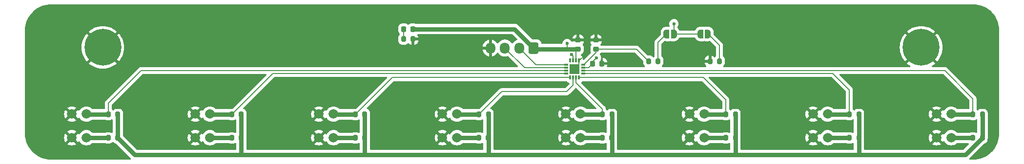
<source format=gbr>
%TF.GenerationSoftware,KiCad,Pcbnew,8.0.4*%
%TF.CreationDate,2025-01-27T21:26:07+00:00*%
%TF.ProjectId,Line Follower,4c696e65-2046-46f6-9c6c-6f7765722e6b,rev?*%
%TF.SameCoordinates,Original*%
%TF.FileFunction,Copper,L1,Top*%
%TF.FilePolarity,Positive*%
%FSLAX46Y46*%
G04 Gerber Fmt 4.6, Leading zero omitted, Abs format (unit mm)*
G04 Created by KiCad (PCBNEW 8.0.4) date 2025-01-27 21:26:07*
%MOMM*%
%LPD*%
G01*
G04 APERTURE LIST*
G04 Aperture macros list*
%AMRoundRect*
0 Rectangle with rounded corners*
0 $1 Rounding radius*
0 $2 $3 $4 $5 $6 $7 $8 $9 X,Y pos of 4 corners*
0 Add a 4 corners polygon primitive as box body*
4,1,4,$2,$3,$4,$5,$6,$7,$8,$9,$2,$3,0*
0 Add four circle primitives for the rounded corners*
1,1,$1+$1,$2,$3*
1,1,$1+$1,$4,$5*
1,1,$1+$1,$6,$7*
1,1,$1+$1,$8,$9*
0 Add four rect primitives between the rounded corners*
20,1,$1+$1,$2,$3,$4,$5,0*
20,1,$1+$1,$4,$5,$6,$7,0*
20,1,$1+$1,$6,$7,$8,$9,0*
20,1,$1+$1,$8,$9,$2,$3,0*%
%AMFreePoly0*
4,1,19,0.000000,0.744911,0.071157,0.744911,0.207708,0.704816,0.327430,0.627875,0.420627,0.520320,0.479746,0.390866,0.500000,0.250000,0.500000,-0.250000,0.479746,-0.390866,0.420627,-0.520320,0.327430,-0.627875,0.207708,-0.704816,0.071157,-0.744911,0.000000,-0.744911,0.000000,-0.750000,-0.500000,-0.750000,-0.500000,0.750000,0.000000,0.750000,0.000000,0.744911,0.000000,0.744911,
$1*%
%AMFreePoly1*
4,1,19,0.500000,-0.750000,0.000000,-0.750000,0.000000,-0.744911,-0.071157,-0.744911,-0.207708,-0.704816,-0.327430,-0.627875,-0.420627,-0.520320,-0.479746,-0.390866,-0.500000,-0.250000,-0.500000,0.250000,-0.479746,0.390866,-0.420627,0.520320,-0.327430,0.627875,-0.207708,0.704816,-0.071157,0.744911,0.000000,0.744911,0.000000,0.750000,0.500000,0.750000,0.500000,-0.750000,0.500000,-0.750000,
$1*%
G04 Aperture macros list end*
%TA.AperFunction,SMDPad,CuDef*%
%ADD10RoundRect,0.200000X0.200000X0.275000X-0.200000X0.275000X-0.200000X-0.275000X0.200000X-0.275000X0*%
%TD*%
%TA.AperFunction,SMDPad,CuDef*%
%ADD11RoundRect,0.218750X-0.218750X-0.256250X0.218750X-0.256250X0.218750X0.256250X-0.218750X0.256250X0*%
%TD*%
%TA.AperFunction,SMDPad,CuDef*%
%ADD12FreePoly0,180.000000*%
%TD*%
%TA.AperFunction,SMDPad,CuDef*%
%ADD13FreePoly1,180.000000*%
%TD*%
%TA.AperFunction,ComponentPad*%
%ADD14C,1.665000*%
%TD*%
%TA.AperFunction,SMDPad,CuDef*%
%ADD15RoundRect,0.225000X0.250000X-0.225000X0.250000X0.225000X-0.250000X0.225000X-0.250000X-0.225000X0*%
%TD*%
%TA.AperFunction,ComponentPad*%
%ADD16RoundRect,0.250000X0.600000X0.725000X-0.600000X0.725000X-0.600000X-0.725000X0.600000X-0.725000X0*%
%TD*%
%TA.AperFunction,ComponentPad*%
%ADD17O,1.700000X1.950000*%
%TD*%
%TA.AperFunction,SMDPad,CuDef*%
%ADD18R,0.300000X0.800000*%
%TD*%
%TA.AperFunction,SMDPad,CuDef*%
%ADD19R,0.800000X0.300000*%
%TD*%
%TA.AperFunction,SMDPad,CuDef*%
%ADD20R,1.760000X1.760000*%
%TD*%
%TA.AperFunction,SMDPad,CuDef*%
%ADD21RoundRect,0.200000X-0.200000X-0.275000X0.200000X-0.275000X0.200000X0.275000X-0.200000X0.275000X0*%
%TD*%
%TA.AperFunction,ComponentPad*%
%ADD22C,0.800000*%
%TD*%
%TA.AperFunction,ComponentPad*%
%ADD23C,6.400000*%
%TD*%
%TA.AperFunction,SMDPad,CuDef*%
%ADD24RoundRect,0.225000X-0.225000X-0.250000X0.225000X-0.250000X0.225000X0.250000X-0.225000X0.250000X0*%
%TD*%
%TA.AperFunction,ViaPad*%
%ADD25C,0.600000*%
%TD*%
%TA.AperFunction,Conductor*%
%ADD26C,0.200000*%
%TD*%
%TA.AperFunction,Conductor*%
%ADD27C,0.800000*%
%TD*%
G04 APERTURE END LIST*
D10*
%TO.P,R17,1*%
%TO.N,GND*%
X132262500Y-79600000D03*
%TO.P,R17,2*%
%TO.N,Net-(D1-K)*%
X130612500Y-79600000D03*
%TD*%
D11*
%TO.P,D1,1,K*%
%TO.N,Net-(D1-K)*%
X130650000Y-77850000D03*
%TO.P,D1,2,A*%
%TO.N,+3.3V*%
X132225000Y-77850000D03*
%TD*%
D12*
%TO.P,JP1,2,B*%
%TO.N,Net-(JP1-B)*%
X176225000Y-78700000D03*
D13*
%TO.P,JP1,1,A*%
%TO.N,Net-(JP1-A)*%
X177525000Y-78700000D03*
%TD*%
D12*
%TO.P,JP2,2,B*%
%TO.N,Net-(JP1-A)*%
X182125000Y-78700000D03*
D13*
%TO.P,JP2,1,A*%
%TO.N,Net-(JP2-A)*%
X183425000Y-78700000D03*
%TD*%
D10*
%TO.P,R13,1*%
%TO.N,+3.3V*%
X209619997Y-92700000D03*
%TO.P,R13,2*%
%TO.N,/AIN6*%
X207969997Y-92700000D03*
%TD*%
D14*
%TO.P,LED1,1,K*%
%TO.N,GND*%
X73074287Y-96750000D03*
%TO.P,LED1,2,A*%
%TO.N,Net-(LED1-A)*%
X75614287Y-96750000D03*
%TO.P,LED1,3,E*%
%TO.N,/AIN0*%
X75614287Y-92650000D03*
%TO.P,LED1,4,C*%
%TO.N,GND*%
X73074287Y-92650000D03*
%TD*%
D15*
%TO.P,C1,1*%
%TO.N,+3.3V*%
X160900000Y-81325000D03*
%TO.P,C1,2*%
%TO.N,GND*%
X160900000Y-79775000D03*
%TD*%
D16*
%TO.P,J1,1,Pin_1*%
%TO.N,+3.3V*%
X153200000Y-81150000D03*
D17*
%TO.P,J1,2,Pin_2*%
%TO.N,/SDA*%
X150700000Y-81150000D03*
%TO.P,J1,3,Pin_3*%
%TO.N,/SCL*%
X148200000Y-81150000D03*
%TO.P,J1,4,Pin_4*%
%TO.N,GND*%
X145700000Y-81150000D03*
%TD*%
D10*
%TO.P,R7,1*%
%TO.N,+3.3V*%
X145334284Y-92700000D03*
%TO.P,R7,2*%
%TO.N,/AIN3*%
X143684284Y-92700000D03*
%TD*%
%TO.P,R12,1*%
%TO.N,+3.3V*%
X188177142Y-96800000D03*
%TO.P,R12,2*%
%TO.N,Net-(LED6-A)*%
X186527142Y-96800000D03*
%TD*%
D18*
%TO.P,U1,1,AIN2/GPIO2*%
%TO.N,/AIN2*%
X159550000Y-86300000D03*
%TO.P,U1,2,AIN3/GPIO3*%
%TO.N,/AIN3*%
X160050000Y-86300000D03*
%TO.P,U1,3,AIN4/GPIO4*%
%TO.N,/AIN4*%
X160550000Y-86300000D03*
%TO.P,U1,4,AIN5/GPIO5*%
%TO.N,/AIN5*%
X161050000Y-86300000D03*
D19*
%TO.P,U1,5,AIN6/GPIO6*%
%TO.N,/AIN6*%
X161800000Y-85550000D03*
%TO.P,U1,6,AIN7/GPIO7*%
%TO.N,/AIN7*%
X161800000Y-85050000D03*
%TO.P,U1,7,AVDD*%
%TO.N,+3.3V*%
X161800000Y-84550000D03*
%TO.P,U1,8,DECAP*%
%TO.N,Net-(U1-DECAP)*%
X161800000Y-84050000D03*
D18*
%TO.P,U1,9,GND*%
%TO.N,GND*%
X161050000Y-83300000D03*
%TO.P,U1,10,DVDD*%
%TO.N,+3.3V*%
X160550000Y-83300000D03*
%TO.P,U1,11,ADDR*%
%TO.N,Net-(JP1-A)*%
X160050000Y-83300000D03*
%TO.P,U1,12,NC*%
%TO.N,unconnected-(U1-NC-Pad12)*%
X159550000Y-83300000D03*
D19*
%TO.P,U1,13,SCL*%
%TO.N,/SDA*%
X158800000Y-84050000D03*
%TO.P,U1,14,SDA*%
%TO.N,/SCL*%
X158800000Y-84550000D03*
%TO.P,U1,15,AIN0/GPIO0*%
%TO.N,/AIN0*%
X158800000Y-85050000D03*
%TO.P,U1,16,AIN1/GPIO1*%
%TO.N,/AIN1*%
X158800000Y-85550000D03*
D20*
%TO.P,U1,17,EP*%
%TO.N,GND*%
X160300000Y-84800000D03*
%TD*%
D15*
%TO.P,C3,1*%
%TO.N,Net-(U1-DECAP)*%
X164000000Y-81325000D03*
%TO.P,C3,2*%
%TO.N,GND*%
X164000000Y-79775000D03*
%TD*%
D21*
%TO.P,R18,2*%
%TO.N,Net-(JP1-B)*%
X174775000Y-83450000D03*
%TO.P,R18,1*%
%TO.N,Net-(U1-DECAP)*%
X173125000Y-83450000D03*
%TD*%
D14*
%TO.P,LED4,1,K*%
%TO.N,GND*%
X137360000Y-96750000D03*
%TO.P,LED4,2,A*%
%TO.N,Net-(LED4-A)*%
X139900000Y-96750000D03*
%TO.P,LED4,3,E*%
%TO.N,/AIN3*%
X139900000Y-92650000D03*
%TO.P,LED4,4,C*%
%TO.N,GND*%
X137360000Y-92650000D03*
%TD*%
%TO.P,LED6,1,K*%
%TO.N,GND*%
X180217142Y-96750000D03*
%TO.P,LED6,2,A*%
%TO.N,Net-(LED6-A)*%
X182757142Y-96750000D03*
%TO.P,LED6,3,E*%
%TO.N,/AIN5*%
X182757142Y-92650000D03*
%TO.P,LED6,4,C*%
%TO.N,GND*%
X180217142Y-92650000D03*
%TD*%
D10*
%TO.P,R5,1*%
%TO.N,+3.3V*%
X123905713Y-92700000D03*
%TO.P,R5,2*%
%TO.N,/AIN2*%
X122255713Y-92700000D03*
%TD*%
%TO.P,R1,1*%
%TO.N,+3.3V*%
X81048571Y-92700000D03*
%TO.P,R1,2*%
%TO.N,/AIN0*%
X79398571Y-92700000D03*
%TD*%
D14*
%TO.P,LED8,1,K*%
%TO.N,GND*%
X223074287Y-96750000D03*
%TO.P,LED8,2,A*%
%TO.N,Net-(LED8-A)*%
X225614287Y-96750000D03*
%TO.P,LED8,3,E*%
%TO.N,/AIN7*%
X225614287Y-92650000D03*
%TO.P,LED8,4,C*%
%TO.N,GND*%
X223074287Y-92650000D03*
%TD*%
D21*
%TO.P,R19,2*%
%TO.N,Net-(JP2-A)*%
X185425000Y-83450000D03*
%TO.P,R19,1*%
%TO.N,GND*%
X183775000Y-83450000D03*
%TD*%
D22*
%TO.P,H2,1,1*%
%TO.N,GND*%
X218000000Y-81050000D03*
X218702944Y-79352944D03*
X218702944Y-82747056D03*
X220400000Y-78650000D03*
D23*
X220400000Y-81050000D03*
D22*
X220400000Y-83450000D03*
X222097056Y-79352944D03*
X222097056Y-82747056D03*
X222800000Y-81050000D03*
%TD*%
D10*
%TO.P,R10,1*%
%TO.N,+3.3V*%
X166748571Y-96800000D03*
%TO.P,R10,2*%
%TO.N,Net-(LED5-A)*%
X165098571Y-96800000D03*
%TD*%
D14*
%TO.P,LED2,1,K*%
%TO.N,GND*%
X94502858Y-96750000D03*
%TO.P,LED2,2,A*%
%TO.N,Net-(LED2-A)*%
X97042858Y-96750000D03*
%TO.P,LED2,3,E*%
%TO.N,/AIN1*%
X97042858Y-92650000D03*
%TO.P,LED2,4,C*%
%TO.N,GND*%
X94502858Y-92650000D03*
%TD*%
D10*
%TO.P,R9,1*%
%TO.N,+3.3V*%
X166762855Y-92700000D03*
%TO.P,R9,2*%
%TO.N,/AIN4*%
X165112855Y-92700000D03*
%TD*%
%TO.P,R11,1*%
%TO.N,+3.3V*%
X188191426Y-92700000D03*
%TO.P,R11,2*%
%TO.N,/AIN5*%
X186541426Y-92700000D03*
%TD*%
%TO.P,R15,1*%
%TO.N,+3.3V*%
X231048571Y-92700000D03*
%TO.P,R15,2*%
%TO.N,/AIN7*%
X229398571Y-92700000D03*
%TD*%
%TO.P,R3,1*%
%TO.N,+3.3V*%
X102477142Y-92700000D03*
%TO.P,R3,2*%
%TO.N,/AIN1*%
X100827142Y-92700000D03*
%TD*%
D14*
%TO.P,LED7,1,K*%
%TO.N,GND*%
X201645713Y-96750000D03*
%TO.P,LED7,2,A*%
%TO.N,Net-(LED7-A)*%
X204185713Y-96750000D03*
%TO.P,LED7,3,E*%
%TO.N,/AIN6*%
X204185713Y-92650000D03*
%TO.P,LED7,4,C*%
%TO.N,GND*%
X201645713Y-92650000D03*
%TD*%
D10*
%TO.P,R2,1*%
%TO.N,+3.3V*%
X81034287Y-96800000D03*
%TO.P,R2,2*%
%TO.N,Net-(LED1-A)*%
X79384287Y-96800000D03*
%TD*%
D24*
%TO.P,C2,1*%
%TO.N,+3.3V*%
X163425000Y-83850000D03*
%TO.P,C2,2*%
%TO.N,GND*%
X164975000Y-83850000D03*
%TD*%
D22*
%TO.P,H1,1,1*%
%TO.N,GND*%
X76050000Y-81050000D03*
X76752944Y-79352944D03*
X76752944Y-82747056D03*
X78450000Y-78650000D03*
D23*
X78450000Y-81050000D03*
D22*
X78450000Y-83450000D03*
X80147056Y-79352944D03*
X80147056Y-82747056D03*
X80850000Y-81050000D03*
%TD*%
D10*
%TO.P,R14,1*%
%TO.N,+3.3V*%
X209605713Y-96800000D03*
%TO.P,R14,2*%
%TO.N,Net-(LED7-A)*%
X207955713Y-96800000D03*
%TD*%
%TO.P,R16,1*%
%TO.N,+3.3V*%
X231034287Y-96800000D03*
%TO.P,R16,2*%
%TO.N,Net-(LED8-A)*%
X229384287Y-96800000D03*
%TD*%
D14*
%TO.P,LED3,1,K*%
%TO.N,GND*%
X115931429Y-96750000D03*
%TO.P,LED3,2,A*%
%TO.N,Net-(LED3-A)*%
X118471429Y-96750000D03*
%TO.P,LED3,3,E*%
%TO.N,/AIN2*%
X118471429Y-92650000D03*
%TO.P,LED3,4,C*%
%TO.N,GND*%
X115931429Y-92650000D03*
%TD*%
D10*
%TO.P,R6,1*%
%TO.N,+3.3V*%
X123891429Y-96800000D03*
%TO.P,R6,2*%
%TO.N,Net-(LED3-A)*%
X122241429Y-96800000D03*
%TD*%
%TO.P,R8,1*%
%TO.N,+3.3V*%
X145320000Y-96800000D03*
%TO.P,R8,2*%
%TO.N,Net-(LED4-A)*%
X143670000Y-96800000D03*
%TD*%
D14*
%TO.P,LED5,1,K*%
%TO.N,GND*%
X158788571Y-96750000D03*
%TO.P,LED5,2,A*%
%TO.N,Net-(LED5-A)*%
X161328571Y-96750000D03*
%TO.P,LED5,3,E*%
%TO.N,/AIN4*%
X161328571Y-92650000D03*
%TO.P,LED5,4,C*%
%TO.N,GND*%
X158788571Y-92650000D03*
%TD*%
D10*
%TO.P,R4,1*%
%TO.N,+3.3V*%
X102462858Y-96800000D03*
%TO.P,R4,2*%
%TO.N,Net-(LED2-A)*%
X100812858Y-96800000D03*
%TD*%
D25*
%TO.N,GND*%
X179900000Y-81450000D03*
X150750000Y-95250000D03*
X149600000Y-92850000D03*
X212600000Y-82825000D03*
X230100000Y-83925000D03*
X72375000Y-85925000D03*
X118700000Y-81950000D03*
X93700000Y-78475000D03*
X87025000Y-91525000D03*
X89950000Y-88600000D03*
X129975000Y-92250000D03*
X132925000Y-89100000D03*
X214450000Y-91725000D03*
X218025000Y-88675000D03*
X193525000Y-92250000D03*
X197000000Y-89200000D03*
X173050000Y-90925000D03*
X175475000Y-89400000D03*
X108175000Y-92550000D03*
X111825000Y-88000000D03*
X169350000Y-82925000D03*
%TO.N,Net-(JP1-A)*%
X177525000Y-76925000D03*
%TO.N,+3.3V*%
X153200000Y-99750000D03*
%TO.N,Net-(JP1-A)*%
X159800000Y-82250000D03*
%TO.N,GND*%
X162100000Y-82350000D03*
%TO.N,+3.3V*%
X159000000Y-80350000D03*
X164100000Y-82850000D03*
%TD*%
D26*
%TO.N,Net-(JP1-B)*%
X174775000Y-80150000D02*
X176225000Y-78700000D01*
X174775000Y-83450000D02*
X174775000Y-80150000D01*
%TO.N,Net-(JP2-A)*%
X185425000Y-80675000D02*
X185425000Y-83450000D01*
X183450000Y-78700000D02*
X185425000Y-80675000D01*
X183425000Y-78700000D02*
X183450000Y-78700000D01*
%TO.N,Net-(U1-DECAP)*%
X173125000Y-83450000D02*
X171000000Y-81325000D01*
X171000000Y-81325000D02*
X164000000Y-81325000D01*
%TO.N,Net-(JP1-A)*%
X177525000Y-78700000D02*
X177525000Y-76925000D01*
D27*
%TO.N,+3.3V*%
X149900000Y-77850000D02*
X132225000Y-77850000D01*
X153200000Y-81150000D02*
X149900000Y-77850000D01*
D26*
%TO.N,Net-(D1-K)*%
X130650000Y-79562500D02*
X130612500Y-79600000D01*
X130650000Y-77850000D02*
X130650000Y-79562500D01*
%TO.N,Net-(JP1-A)*%
X177525000Y-78700000D02*
X182125000Y-78700000D01*
D27*
%TO.N,+3.3V*%
X153200000Y-99750000D02*
X145300000Y-99750000D01*
X167000000Y-99750000D02*
X153200000Y-99750000D01*
D26*
%TO.N,Net-(U1-DECAP)*%
X161800000Y-84050000D02*
X161900000Y-84050000D01*
X161900000Y-84050000D02*
X164000000Y-81950000D01*
X164000000Y-81950000D02*
X164000000Y-81325000D01*
%TO.N,Net-(JP1-A)*%
X160050000Y-82500000D02*
X160050000Y-83300000D01*
X159800000Y-82250000D02*
X160050000Y-82500000D01*
%TO.N,GND*%
X161050000Y-84050000D02*
X160300000Y-84800000D01*
X161050000Y-83300000D02*
X161150000Y-83300000D01*
X161150000Y-83300000D02*
X162100000Y-82350000D01*
X161050000Y-83300000D02*
X161050000Y-84050000D01*
D27*
%TO.N,Net-(LED1-A)*%
X79384287Y-96800000D02*
X75664287Y-96800000D01*
X75664287Y-96800000D02*
X75614287Y-96750000D01*
%TO.N,Net-(LED2-A)*%
X100812858Y-96800000D02*
X97092858Y-96800000D01*
X97092858Y-96800000D02*
X97042858Y-96750000D01*
%TO.N,Net-(LED3-A)*%
X118521429Y-96800000D02*
X118471429Y-96750000D01*
X122241429Y-96800000D02*
X118521429Y-96800000D01*
%TO.N,Net-(LED4-A)*%
X143670000Y-96800000D02*
X139950000Y-96800000D01*
X139950000Y-96800000D02*
X139900000Y-96750000D01*
%TO.N,Net-(LED5-A)*%
X161378571Y-96800000D02*
X161328571Y-96750000D01*
X165098571Y-96800000D02*
X161378571Y-96800000D01*
%TO.N,Net-(LED6-A)*%
X182807142Y-96800000D02*
X182757142Y-96750000D01*
X186527142Y-96800000D02*
X182807142Y-96800000D01*
%TO.N,Net-(LED7-A)*%
X204185713Y-96750000D02*
X207905713Y-96750000D01*
X207905713Y-96750000D02*
X207955713Y-96800000D01*
%TO.N,Net-(LED8-A)*%
X225664287Y-96800000D02*
X225614287Y-96750000D01*
X229384287Y-96800000D02*
X225664287Y-96800000D01*
D26*
%TO.N,/AIN6*%
X161800000Y-85550000D02*
X205100000Y-85550000D01*
X207969997Y-88419997D02*
X207969997Y-92700000D01*
X205100000Y-85550000D02*
X207969997Y-88419997D01*
D27*
X204235713Y-92700000D02*
X204185713Y-92650000D01*
X207969997Y-92700000D02*
X204235713Y-92700000D01*
D26*
%TO.N,/AIN2*%
X159550000Y-86300000D02*
X128655713Y-86300000D01*
X118521429Y-92700000D02*
X118471429Y-92650000D01*
D27*
X122255713Y-92700000D02*
X118521429Y-92700000D01*
D26*
X128655713Y-86300000D02*
X122255713Y-92700000D01*
%TO.N,/AIN7*%
X161800000Y-85050000D02*
X224500000Y-85050000D01*
D27*
X229398571Y-92700000D02*
X225664287Y-92700000D01*
D26*
X229398571Y-89948571D02*
X229398571Y-92700000D01*
X224500000Y-85050000D02*
X229398571Y-89948571D01*
X225664287Y-92700000D02*
X225614287Y-92650000D01*
%TO.N,/AIN0*%
X85100000Y-85050000D02*
X79398571Y-90751429D01*
D27*
X79398571Y-92700000D02*
X75664287Y-92700000D01*
D26*
X75664287Y-92700000D02*
X75614287Y-92650000D01*
X158800000Y-85050000D02*
X85100000Y-85050000D01*
X79398571Y-90751429D02*
X79398571Y-92700000D01*
D27*
%TO.N,/AIN4*%
X165112855Y-92700000D02*
X161378571Y-92700000D01*
D26*
X161378571Y-92700000D02*
X161328571Y-92650000D01*
X160550000Y-86300000D02*
X160550000Y-87200000D01*
X165112855Y-91762855D02*
X165112855Y-92700000D01*
X160550000Y-87200000D02*
X165112855Y-91762855D01*
D27*
%TO.N,/AIN3*%
X143684284Y-92700000D02*
X139950000Y-92700000D01*
D26*
X139950000Y-92700000D02*
X139900000Y-92650000D01*
X160050000Y-86300000D02*
X160050000Y-87600000D01*
X147634284Y-88750000D02*
X143684284Y-92700000D01*
X158900000Y-88750000D02*
X147634284Y-88750000D01*
X160050000Y-87600000D02*
X158900000Y-88750000D01*
D27*
%TO.N,/AIN5*%
X186541426Y-92700000D02*
X182807142Y-92700000D01*
D26*
X161050000Y-86300000D02*
X182650000Y-86300000D01*
X182807142Y-92700000D02*
X182757142Y-92650000D01*
X182650000Y-86300000D02*
X186541426Y-90191426D01*
X186541426Y-90191426D02*
X186541426Y-92700000D01*
%TO.N,/AIN1*%
X158800000Y-85550000D02*
X107977142Y-85550000D01*
D27*
X100827142Y-92700000D02*
X97092858Y-92700000D01*
D26*
X107977142Y-85550000D02*
X100827142Y-92700000D01*
X97092858Y-92700000D02*
X97042858Y-92650000D01*
D27*
%TO.N,+3.3V*%
X153400000Y-81350000D02*
X159000000Y-81350000D01*
X209619997Y-92700000D02*
X209619997Y-99730003D01*
X209619997Y-99730003D02*
X209600000Y-99750000D01*
X123905713Y-92700000D02*
X123905713Y-99744287D01*
X231034287Y-96800000D02*
X228084287Y-99750000D01*
X166762855Y-92700000D02*
X166762855Y-99512855D01*
X188191426Y-99541426D02*
X188400000Y-99750000D01*
X166762855Y-99512855D02*
X167000000Y-99750000D01*
X102477142Y-99727142D02*
X102500000Y-99750000D01*
D26*
X162725000Y-84550000D02*
X163425000Y-83850000D01*
D27*
X160875000Y-81350000D02*
X160900000Y-81325000D01*
X153200000Y-81150000D02*
X153400000Y-81350000D01*
X231048571Y-92700000D02*
X231048571Y-96785716D01*
D26*
X231048571Y-96785716D02*
X231034287Y-96800000D01*
X160550000Y-81675000D02*
X160900000Y-81325000D01*
D27*
X102500000Y-99750000D02*
X83984287Y-99750000D01*
X123900000Y-99750000D02*
X102500000Y-99750000D01*
D26*
X160550000Y-83300000D02*
X160550000Y-81675000D01*
D27*
X209600000Y-99750000D02*
X188400000Y-99750000D01*
D26*
X163425000Y-83850000D02*
X163425000Y-83525000D01*
D27*
X145300000Y-99750000D02*
X123900000Y-99750000D01*
X228084287Y-99750000D02*
X209600000Y-99750000D01*
X102477142Y-92700000D02*
X102477142Y-99727142D01*
X123905713Y-99744287D02*
X123900000Y-99750000D01*
X81048571Y-92700000D02*
X81048571Y-96785716D01*
X188400000Y-99750000D02*
X167000000Y-99750000D01*
X145334284Y-99715716D02*
X145300000Y-99750000D01*
X188191426Y-92700000D02*
X188191426Y-99541426D01*
D26*
X161800000Y-84550000D02*
X162725000Y-84550000D01*
D27*
X83984287Y-99750000D02*
X81034287Y-96800000D01*
D26*
X163425000Y-83525000D02*
X164100000Y-82850000D01*
D27*
X81048571Y-96785716D02*
X81034287Y-96800000D01*
X159000000Y-81350000D02*
X160875000Y-81350000D01*
X145334284Y-92700000D02*
X145334284Y-99715716D01*
D26*
X159000000Y-80350000D02*
X159000000Y-81350000D01*
%TO.N,/SDA*%
X150700000Y-81150000D02*
X150700000Y-80750000D01*
X153600000Y-84050000D02*
X150700000Y-81150000D01*
X158800000Y-84050000D02*
X153600000Y-84050000D01*
%TO.N,/SCL*%
X158800000Y-84550000D02*
X151600000Y-84550000D01*
X151600000Y-84550000D02*
X148200000Y-81150000D01*
%TD*%
%TA.AperFunction,Conductor*%
%TO.N,GND*%
G36*
X229452702Y-73550617D02*
G01*
X229836771Y-73567386D01*
X229847506Y-73568326D01*
X230225971Y-73618152D01*
X230236597Y-73620025D01*
X230609284Y-73702648D01*
X230619710Y-73705442D01*
X230983765Y-73820227D01*
X230993911Y-73823920D01*
X231346578Y-73970000D01*
X231356369Y-73974566D01*
X231694942Y-74150816D01*
X231704310Y-74156224D01*
X232026244Y-74361318D01*
X232035105Y-74367523D01*
X232337930Y-74599889D01*
X232346217Y-74606843D01*
X232627635Y-74864715D01*
X232635284Y-74872364D01*
X232893156Y-75153782D01*
X232900110Y-75162069D01*
X233132476Y-75464894D01*
X233138681Y-75473755D01*
X233343775Y-75795689D01*
X233349183Y-75805057D01*
X233525430Y-76143623D01*
X233530002Y-76153427D01*
X233676075Y-76506078D01*
X233679775Y-76516244D01*
X233794554Y-76880278D01*
X233797354Y-76890727D01*
X233879971Y-77263389D01*
X233881849Y-77274042D01*
X233931671Y-77652473D01*
X233932614Y-77663249D01*
X233949382Y-78047297D01*
X233949500Y-78052706D01*
X233949500Y-96047293D01*
X233949382Y-96052702D01*
X233932614Y-96436750D01*
X233931671Y-96447526D01*
X233881849Y-96825957D01*
X233879971Y-96836610D01*
X233797354Y-97209272D01*
X233794554Y-97219721D01*
X233679775Y-97583755D01*
X233676075Y-97593921D01*
X233530002Y-97946572D01*
X233525430Y-97956376D01*
X233349183Y-98294942D01*
X233343775Y-98304310D01*
X233138681Y-98626244D01*
X233132476Y-98635105D01*
X232900110Y-98937930D01*
X232893156Y-98946217D01*
X232635284Y-99227635D01*
X232627635Y-99235284D01*
X232346217Y-99493156D01*
X232337930Y-99500110D01*
X232035105Y-99732476D01*
X232026244Y-99738681D01*
X231704310Y-99943775D01*
X231694942Y-99949183D01*
X231356376Y-100125430D01*
X231346572Y-100130002D01*
X230993921Y-100276075D01*
X230983755Y-100279775D01*
X230619721Y-100394554D01*
X230609272Y-100397354D01*
X230236610Y-100479971D01*
X230225957Y-100481849D01*
X229847526Y-100531671D01*
X229836750Y-100532614D01*
X229452703Y-100549382D01*
X229447294Y-100549500D01*
X228857650Y-100549500D01*
X228790611Y-100529815D01*
X228744856Y-100477011D01*
X228734912Y-100407853D01*
X228763937Y-100344297D01*
X228769969Y-100337819D01*
X230812844Y-98294942D01*
X231306776Y-97801009D01*
X231357565Y-97770306D01*
X231361479Y-97769086D01*
X231361483Y-97769086D01*
X231523893Y-97718478D01*
X231669472Y-97630472D01*
X231789759Y-97510185D01*
X231877765Y-97364606D01*
X231928373Y-97202196D01*
X231934787Y-97131616D01*
X231934787Y-96958428D01*
X231937170Y-96934235D01*
X231949071Y-96874408D01*
X231949071Y-92368386D01*
X231949071Y-92368384D01*
X231942657Y-92297804D01*
X231892049Y-92135394D01*
X231804043Y-91989815D01*
X231804041Y-91989813D01*
X231804040Y-91989811D01*
X231683759Y-91869530D01*
X231538177Y-91781522D01*
X231516499Y-91774767D01*
X231375767Y-91730914D01*
X231375765Y-91730913D01*
X231375763Y-91730913D01*
X231326349Y-91726423D01*
X231305187Y-91724500D01*
X230791955Y-91724500D01*
X230772716Y-91726248D01*
X230721378Y-91730913D01*
X230558964Y-91781522D01*
X230413382Y-91869530D01*
X230413381Y-91869531D01*
X230311252Y-91971661D01*
X230249929Y-92005146D01*
X230180237Y-92000162D01*
X230135890Y-91971661D01*
X230035390Y-91871161D01*
X230001905Y-91809838D01*
X229999071Y-91783480D01*
X229999071Y-90037631D01*
X229999072Y-90037618D01*
X229999072Y-89869515D01*
X229986531Y-89822712D01*
X229958148Y-89716787D01*
X229954753Y-89710906D01*
X229879095Y-89579861D01*
X229879089Y-89579853D01*
X224987590Y-84688355D01*
X224987588Y-84688352D01*
X224868717Y-84569481D01*
X224868716Y-84569480D01*
X224781904Y-84519360D01*
X224781904Y-84519359D01*
X224781900Y-84519358D01*
X224731785Y-84490423D01*
X224579057Y-84449499D01*
X224420943Y-84449499D01*
X224413347Y-84449499D01*
X224413331Y-84449500D01*
X222377338Y-84449500D01*
X222310299Y-84429815D01*
X222264544Y-84377011D01*
X222254600Y-84307853D01*
X222283625Y-84244297D01*
X222309803Y-84221505D01*
X222577783Y-84047476D01*
X222577785Y-84047475D01*
X222835349Y-83838902D01*
X221340698Y-82344251D01*
X221442330Y-82270412D01*
X221620412Y-82092330D01*
X221694251Y-81990698D01*
X223188902Y-83485349D01*
X223397475Y-83227785D01*
X223397476Y-83227783D01*
X223608689Y-82902543D01*
X223784755Y-82556994D01*
X223923737Y-82194936D01*
X224024112Y-81820330D01*
X224024113Y-81820323D01*
X224084780Y-81437287D01*
X224105078Y-81050000D01*
X224105078Y-81049999D01*
X224084780Y-80662712D01*
X224024113Y-80279676D01*
X224024112Y-80279669D01*
X223923737Y-79905063D01*
X223784755Y-79543005D01*
X223608689Y-79197456D01*
X223397468Y-78872206D01*
X223188904Y-78614649D01*
X223188903Y-78614648D01*
X221694251Y-80109300D01*
X221620412Y-80007670D01*
X221442330Y-79829588D01*
X221340698Y-79755748D01*
X222835350Y-78261096D01*
X222835350Y-78261095D01*
X222577793Y-78052531D01*
X222252543Y-77841310D01*
X221906994Y-77665244D01*
X221544936Y-77526262D01*
X221170330Y-77425887D01*
X221170323Y-77425886D01*
X220787287Y-77365219D01*
X220400001Y-77344922D01*
X220399999Y-77344922D01*
X220012712Y-77365219D01*
X219629676Y-77425886D01*
X219629669Y-77425887D01*
X219255063Y-77526262D01*
X218893005Y-77665244D01*
X218547456Y-77841310D01*
X218222206Y-78052531D01*
X217964648Y-78261095D01*
X217964648Y-78261096D01*
X219459301Y-79755748D01*
X219357670Y-79829588D01*
X219179588Y-80007670D01*
X219105748Y-80109300D01*
X217611096Y-78614648D01*
X217611095Y-78614648D01*
X217402531Y-78872206D01*
X217191310Y-79197456D01*
X217015244Y-79543005D01*
X216876262Y-79905063D01*
X216775887Y-80279669D01*
X216775886Y-80279676D01*
X216715219Y-80662712D01*
X216694922Y-81049999D01*
X216694922Y-81050000D01*
X216715219Y-81437287D01*
X216775886Y-81820323D01*
X216775887Y-81820330D01*
X216876262Y-82194936D01*
X217015244Y-82556994D01*
X217191310Y-82902543D01*
X217402531Y-83227793D01*
X217611095Y-83485350D01*
X217611096Y-83485350D01*
X219105748Y-81990698D01*
X219179588Y-82092330D01*
X219357670Y-82270412D01*
X219459300Y-82344251D01*
X217964648Y-83838903D01*
X217964649Y-83838904D01*
X218222206Y-84047468D01*
X218490197Y-84221505D01*
X218535700Y-84274526D01*
X218545314Y-84343731D01*
X218515987Y-84407148D01*
X218457030Y-84444642D01*
X218422662Y-84449500D01*
X186190520Y-84449500D01*
X186123481Y-84429815D01*
X186077726Y-84377011D01*
X186067782Y-84307853D01*
X186096807Y-84244297D01*
X186102839Y-84237819D01*
X186180468Y-84160189D01*
X186180469Y-84160188D01*
X186180472Y-84160185D01*
X186268478Y-84014606D01*
X186319086Y-83852196D01*
X186325500Y-83781616D01*
X186325500Y-83118384D01*
X186319086Y-83047804D01*
X186268478Y-82885394D01*
X186180472Y-82739815D01*
X186180470Y-82739813D01*
X186180469Y-82739811D01*
X186061819Y-82621161D01*
X186028334Y-82559838D01*
X186025500Y-82533480D01*
X186025500Y-80764060D01*
X186025501Y-80764047D01*
X186025501Y-80595945D01*
X186025501Y-80595943D01*
X185984577Y-80443215D01*
X185905520Y-80306284D01*
X184466819Y-78867583D01*
X184433334Y-78806260D01*
X184430500Y-78779902D01*
X184430500Y-78434426D01*
X184430497Y-78434399D01*
X184430497Y-78378060D01*
X184410035Y-78235744D01*
X184410034Y-78235739D01*
X184369498Y-78097692D01*
X184369498Y-78097691D01*
X184366736Y-78091643D01*
X184309776Y-77966918D01*
X184309773Y-77966914D01*
X184309770Y-77966906D01*
X184231986Y-77845870D01*
X184231985Y-77845869D01*
X184231984Y-77845867D01*
X184231981Y-77845863D01*
X184137847Y-77737226D01*
X184137830Y-77737207D01*
X184137829Y-77737206D01*
X184029091Y-77642985D01*
X183990492Y-77618179D01*
X183908142Y-77565255D01*
X183908136Y-77565252D01*
X183837028Y-77532778D01*
X183777259Y-77505483D01*
X183659650Y-77470950D01*
X183639308Y-77464977D01*
X183639296Y-77464974D01*
X183496889Y-77444500D01*
X182925000Y-77444500D01*
X182924997Y-77444500D01*
X182853061Y-77449644D01*
X182853056Y-77449645D01*
X182815735Y-77460603D01*
X182763158Y-77464363D01*
X182625001Y-77444500D01*
X182625000Y-77444500D01*
X182053111Y-77444500D01*
X182053110Y-77444500D01*
X181910703Y-77464974D01*
X181910691Y-77464977D01*
X181772741Y-77505483D01*
X181641863Y-77565252D01*
X181641861Y-77565254D01*
X181526523Y-77639376D01*
X181525083Y-77640196D01*
X181520901Y-77642988D01*
X181412169Y-77737207D01*
X181412166Y-77737210D01*
X181318018Y-77845864D01*
X181318015Y-77845867D01*
X181240231Y-77966905D01*
X181240220Y-77966923D01*
X181212780Y-78027011D01*
X181167025Y-78079815D01*
X181099986Y-78099500D01*
X178550014Y-78099500D01*
X178482975Y-78079815D01*
X178437220Y-78027011D01*
X178409779Y-77966923D01*
X178409774Y-77966914D01*
X178409770Y-77966906D01*
X178331986Y-77845870D01*
X178331985Y-77845869D01*
X178331984Y-77845867D01*
X178331981Y-77845863D01*
X178237847Y-77737226D01*
X178237830Y-77737207D01*
X178237811Y-77737190D01*
X178168298Y-77676957D01*
X178130523Y-77618179D01*
X178125500Y-77583244D01*
X178125500Y-77507412D01*
X178145185Y-77440373D01*
X178152555Y-77430097D01*
X178154810Y-77427267D01*
X178154816Y-77427262D01*
X178250789Y-77274522D01*
X178310368Y-77104255D01*
X178312408Y-77086148D01*
X178330565Y-76925003D01*
X178330565Y-76924996D01*
X178310369Y-76745750D01*
X178310368Y-76745745D01*
X178250788Y-76575476D01*
X178154815Y-76422737D01*
X178027262Y-76295184D01*
X177874523Y-76199211D01*
X177704254Y-76139631D01*
X177704249Y-76139630D01*
X177525004Y-76119435D01*
X177524996Y-76119435D01*
X177345750Y-76139630D01*
X177345745Y-76139631D01*
X177175476Y-76199211D01*
X177022737Y-76295184D01*
X176895184Y-76422737D01*
X176799211Y-76575476D01*
X176739631Y-76745745D01*
X176739630Y-76745750D01*
X176719435Y-76924996D01*
X176719435Y-76925003D01*
X176739630Y-77104249D01*
X176739633Y-77104262D01*
X176800968Y-77279545D01*
X176804530Y-77349324D01*
X176769802Y-77409951D01*
X176707808Y-77442179D01*
X176683927Y-77444500D01*
X176153110Y-77444500D01*
X176010703Y-77464974D01*
X176010691Y-77464977D01*
X175872741Y-77505483D01*
X175741863Y-77565252D01*
X175741861Y-77565254D01*
X175626523Y-77639376D01*
X175625083Y-77640196D01*
X175620901Y-77642988D01*
X175512169Y-77737207D01*
X175512166Y-77737210D01*
X175418018Y-77845864D01*
X175418015Y-77845867D01*
X175340231Y-77966905D01*
X175340223Y-77966918D01*
X175283263Y-78091643D01*
X175281015Y-78095939D01*
X175239966Y-78235738D01*
X175239965Y-78235744D01*
X175219503Y-78378059D01*
X175219503Y-78434399D01*
X175219500Y-78434409D01*
X175219500Y-78804902D01*
X175199815Y-78871941D01*
X175183181Y-78892583D01*
X174294481Y-79781282D01*
X174294480Y-79781284D01*
X174256113Y-79847738D01*
X174232368Y-79888866D01*
X174217488Y-79914639D01*
X174215423Y-79918215D01*
X174174499Y-80070943D01*
X174174499Y-80070945D01*
X174174499Y-80239046D01*
X174174500Y-80239059D01*
X174174500Y-82533480D01*
X174154815Y-82600519D01*
X174138181Y-82621161D01*
X174037681Y-82721661D01*
X173976358Y-82755146D01*
X173906666Y-82750162D01*
X173862319Y-82721661D01*
X173760188Y-82619530D01*
X173752691Y-82614998D01*
X173614606Y-82531522D01*
X173452196Y-82480914D01*
X173452194Y-82480913D01*
X173452192Y-82480913D01*
X173402778Y-82476423D01*
X173381616Y-82474500D01*
X173381613Y-82474500D01*
X173050097Y-82474500D01*
X172983058Y-82454815D01*
X172962416Y-82438181D01*
X171487590Y-80963355D01*
X171487588Y-80963352D01*
X171368717Y-80844481D01*
X171368709Y-80844475D01*
X171264880Y-80784530D01*
X171264877Y-80784529D01*
X171231787Y-80765424D01*
X171231786Y-80765423D01*
X171231785Y-80765423D01*
X171079057Y-80724499D01*
X170920943Y-80724499D01*
X170913347Y-80724499D01*
X170913331Y-80724500D01*
X164940004Y-80724500D01*
X164872965Y-80704815D01*
X164834465Y-80665596D01*
X164822968Y-80646956D01*
X164813339Y-80637327D01*
X164779854Y-80576004D01*
X164784838Y-80506312D01*
X164813345Y-80461959D01*
X164822573Y-80452731D01*
X164911542Y-80308492D01*
X164911547Y-80308481D01*
X164964855Y-80147606D01*
X164974999Y-80048322D01*
X164975000Y-80048309D01*
X164975000Y-80025000D01*
X163025001Y-80025000D01*
X163025001Y-80048322D01*
X163035144Y-80147607D01*
X163088452Y-80308481D01*
X163088457Y-80308492D01*
X163177424Y-80452728D01*
X163177427Y-80452732D01*
X163186660Y-80461965D01*
X163220145Y-80523288D01*
X163215161Y-80592980D01*
X163186663Y-80637324D01*
X163177033Y-80646953D01*
X163177029Y-80646959D01*
X163088001Y-80791294D01*
X163087996Y-80791305D01*
X163034651Y-80952290D01*
X163024500Y-81051647D01*
X163024500Y-81598337D01*
X163024501Y-81598355D01*
X163034650Y-81697707D01*
X163034651Y-81697710D01*
X163087996Y-81858694D01*
X163088001Y-81858704D01*
X163095304Y-81870545D01*
X163113742Y-81937938D01*
X163092817Y-82004601D01*
X163077444Y-82023319D01*
X161911681Y-83189083D01*
X161850358Y-83222568D01*
X161780666Y-83217584D01*
X161724733Y-83175712D01*
X161700316Y-83110248D01*
X161700000Y-83101402D01*
X161700000Y-82852172D01*
X161699999Y-82852155D01*
X161693598Y-82792627D01*
X161693596Y-82792620D01*
X161643354Y-82657913D01*
X161643350Y-82657906D01*
X161557190Y-82542812D01*
X161557187Y-82542809D01*
X161442093Y-82456649D01*
X161442087Y-82456646D01*
X161432593Y-82453105D01*
X161376660Y-82411233D01*
X161352243Y-82345769D01*
X161367095Y-82277496D01*
X161416501Y-82228091D01*
X161436915Y-82219220D01*
X161458697Y-82212003D01*
X161603044Y-82122968D01*
X161722968Y-82003044D01*
X161812003Y-81858697D01*
X161865349Y-81697708D01*
X161875500Y-81598345D01*
X161875499Y-81051656D01*
X161865349Y-80952292D01*
X161812003Y-80791303D01*
X161811999Y-80791297D01*
X161811998Y-80791294D01*
X161722970Y-80646959D01*
X161722967Y-80646955D01*
X161713339Y-80637327D01*
X161679854Y-80576004D01*
X161684838Y-80506312D01*
X161713345Y-80461959D01*
X161722573Y-80452731D01*
X161811542Y-80308492D01*
X161811547Y-80308481D01*
X161864855Y-80147606D01*
X161874999Y-80048322D01*
X161875000Y-80048309D01*
X161875000Y-80025000D01*
X159925000Y-80025000D01*
X159922071Y-80027929D01*
X159860748Y-80061414D01*
X159791056Y-80056428D01*
X159735123Y-80014556D01*
X159729398Y-80006219D01*
X159629817Y-79847739D01*
X159502262Y-79720184D01*
X159349523Y-79624211D01*
X159179254Y-79564631D01*
X159179249Y-79564630D01*
X159000004Y-79544435D01*
X158999996Y-79544435D01*
X158820750Y-79564630D01*
X158820745Y-79564631D01*
X158650476Y-79624211D01*
X158497737Y-79720184D01*
X158370184Y-79847737D01*
X158274211Y-80000476D01*
X158214631Y-80170745D01*
X158214630Y-80170750D01*
X158195631Y-80339383D01*
X158168565Y-80403797D01*
X158110970Y-80443352D01*
X158072411Y-80449500D01*
X154670089Y-80449500D01*
X154603050Y-80429815D01*
X154557295Y-80377011D01*
X154546731Y-80338102D01*
X154543480Y-80306281D01*
X154539999Y-80272203D01*
X154484814Y-80105666D01*
X154392712Y-79956344D01*
X154268656Y-79832288D01*
X154173253Y-79773443D01*
X154119336Y-79740187D01*
X154119331Y-79740185D01*
X154117862Y-79739698D01*
X153952797Y-79685001D01*
X153952795Y-79685000D01*
X153850016Y-79674500D01*
X153850009Y-79674500D01*
X153049361Y-79674500D01*
X152982322Y-79654815D01*
X152961680Y-79638181D01*
X152825176Y-79501677D01*
X159925000Y-79501677D01*
X159925000Y-79525000D01*
X160650000Y-79525000D01*
X161150000Y-79525000D01*
X161874999Y-79525000D01*
X161874999Y-79501692D01*
X161874998Y-79501677D01*
X163025000Y-79501677D01*
X163025000Y-79525000D01*
X163750000Y-79525000D01*
X164250000Y-79525000D01*
X164974999Y-79525000D01*
X164974999Y-79501692D01*
X164974998Y-79501677D01*
X164964855Y-79402392D01*
X164911547Y-79241518D01*
X164911542Y-79241507D01*
X164822575Y-79097271D01*
X164822572Y-79097267D01*
X164702732Y-78977427D01*
X164702728Y-78977424D01*
X164558492Y-78888457D01*
X164558481Y-78888452D01*
X164397606Y-78835144D01*
X164298322Y-78825000D01*
X164250000Y-78825000D01*
X164250000Y-79525000D01*
X163750000Y-79525000D01*
X163750000Y-78825000D01*
X163749999Y-78824999D01*
X163701693Y-78825000D01*
X163701675Y-78825001D01*
X163602392Y-78835144D01*
X163441518Y-78888452D01*
X163441507Y-78888457D01*
X163297271Y-78977424D01*
X163297267Y-78977427D01*
X163177427Y-79097267D01*
X163177424Y-79097271D01*
X163088457Y-79241507D01*
X163088452Y-79241518D01*
X163035144Y-79402393D01*
X163025000Y-79501677D01*
X161874998Y-79501677D01*
X161864855Y-79402392D01*
X161811547Y-79241518D01*
X161811542Y-79241507D01*
X161722575Y-79097271D01*
X161722572Y-79097267D01*
X161602732Y-78977427D01*
X161602728Y-78977424D01*
X161458492Y-78888457D01*
X161458481Y-78888452D01*
X161297606Y-78835144D01*
X161198322Y-78825000D01*
X161150000Y-78825000D01*
X161150000Y-79525000D01*
X160650000Y-79525000D01*
X160650000Y-78825000D01*
X160649999Y-78824999D01*
X160601693Y-78825000D01*
X160601675Y-78825001D01*
X160502392Y-78835144D01*
X160341518Y-78888452D01*
X160341507Y-78888457D01*
X160197271Y-78977424D01*
X160197267Y-78977427D01*
X160077427Y-79097267D01*
X160077424Y-79097271D01*
X159988457Y-79241507D01*
X159988452Y-79241518D01*
X159935144Y-79402393D01*
X159925000Y-79501677D01*
X152825176Y-79501677D01*
X150474039Y-77150538D01*
X150474031Y-77150532D01*
X150404771Y-77104254D01*
X150326549Y-77051988D01*
X150326542Y-77051984D01*
X150244607Y-77018046D01*
X150244606Y-77018046D01*
X150162666Y-76984105D01*
X150162658Y-76984103D01*
X149988696Y-76949500D01*
X149988692Y-76949500D01*
X149988691Y-76949500D01*
X132803116Y-76949500D01*
X132756805Y-76939232D01*
X132756643Y-76939723D01*
X132751840Y-76938131D01*
X132750710Y-76937881D01*
X132749791Y-76937452D01*
X132670703Y-76911245D01*
X132590185Y-76884564D01*
X132590183Y-76884563D01*
X132491681Y-76874500D01*
X132491674Y-76874500D01*
X131958326Y-76874500D01*
X131958318Y-76874500D01*
X131859816Y-76884563D01*
X131859815Y-76884564D01*
X131780719Y-76910773D01*
X131700215Y-76937450D01*
X131700204Y-76937455D01*
X131557112Y-77025716D01*
X131557108Y-77025719D01*
X131525181Y-77057647D01*
X131463858Y-77091132D01*
X131394166Y-77086148D01*
X131349819Y-77057647D01*
X131317891Y-77025719D01*
X131317887Y-77025716D01*
X131174795Y-76937455D01*
X131174789Y-76937452D01*
X131174787Y-76937451D01*
X131015185Y-76884564D01*
X131015183Y-76884563D01*
X130916681Y-76874500D01*
X130916674Y-76874500D01*
X130383326Y-76874500D01*
X130383318Y-76874500D01*
X130284816Y-76884563D01*
X130284815Y-76884564D01*
X130205719Y-76910773D01*
X130125215Y-76937450D01*
X130125204Y-76937455D01*
X129982112Y-77025716D01*
X129982108Y-77025719D01*
X129863219Y-77144608D01*
X129863216Y-77144612D01*
X129774955Y-77287704D01*
X129774951Y-77287713D01*
X129722064Y-77447315D01*
X129722064Y-77447316D01*
X129722063Y-77447316D01*
X129712000Y-77545818D01*
X129712000Y-78154181D01*
X129722063Y-78252683D01*
X129774950Y-78412284D01*
X129774955Y-78412295D01*
X129863216Y-78555387D01*
X129863219Y-78555391D01*
X129939654Y-78631826D01*
X129973139Y-78693149D01*
X129968155Y-78762841D01*
X129939654Y-78807188D01*
X129857031Y-78889810D01*
X129857030Y-78889811D01*
X129769022Y-79035393D01*
X129718413Y-79197807D01*
X129714442Y-79241507D01*
X129712000Y-79268384D01*
X129712000Y-79931616D01*
X129713500Y-79948124D01*
X129718413Y-80002192D01*
X129718413Y-80002194D01*
X129718414Y-80002196D01*
X129769022Y-80164606D01*
X129850558Y-80299483D01*
X129857030Y-80310188D01*
X129977311Y-80430469D01*
X129977313Y-80430470D01*
X129977315Y-80430472D01*
X130122894Y-80518478D01*
X130285304Y-80569086D01*
X130355884Y-80575500D01*
X130355887Y-80575500D01*
X130869113Y-80575500D01*
X130869116Y-80575500D01*
X130939696Y-80569086D01*
X131102106Y-80518478D01*
X131247685Y-80430472D01*
X131350173Y-80327983D01*
X131411494Y-80294499D01*
X131481185Y-80299483D01*
X131525534Y-80327984D01*
X131627622Y-80430072D01*
X131773104Y-80518019D01*
X131773103Y-80518019D01*
X131935394Y-80568590D01*
X131935393Y-80568590D01*
X132005908Y-80574998D01*
X132005926Y-80574999D01*
X132512500Y-80574999D01*
X132519081Y-80574999D01*
X132589602Y-80568591D01*
X132589607Y-80568590D01*
X132751896Y-80518018D01*
X132897377Y-80430072D01*
X133017572Y-80309877D01*
X133105519Y-80164395D01*
X133156090Y-80002106D01*
X133162500Y-79931572D01*
X133162500Y-79850000D01*
X132512500Y-79850000D01*
X132512500Y-80574999D01*
X132005926Y-80574999D01*
X132012499Y-80574998D01*
X132012500Y-80574998D01*
X132012500Y-79474000D01*
X132032185Y-79406961D01*
X132084989Y-79361206D01*
X132136500Y-79350000D01*
X133162499Y-79350000D01*
X133162499Y-79268417D01*
X133156091Y-79197897D01*
X133156090Y-79197892D01*
X133105518Y-79035603D01*
X133046908Y-78938650D01*
X133029072Y-78871096D01*
X133050589Y-78804622D01*
X133104630Y-78760334D01*
X133153025Y-78750500D01*
X149475638Y-78750500D01*
X149542677Y-78770185D01*
X149563319Y-78786819D01*
X150316526Y-79540026D01*
X150350011Y-79601349D01*
X150345027Y-79671041D01*
X150303155Y-79726974D01*
X150267163Y-79745637D01*
X150221041Y-79760624D01*
X150181585Y-79773444D01*
X149992179Y-79869951D01*
X149820213Y-79994890D01*
X149669894Y-80145209D01*
X149669890Y-80145214D01*
X149550318Y-80309793D01*
X149494989Y-80352459D01*
X149425375Y-80358438D01*
X149363580Y-80325833D01*
X149349682Y-80309793D01*
X149230109Y-80145214D01*
X149230105Y-80145209D01*
X149079786Y-79994890D01*
X148907820Y-79869951D01*
X148718414Y-79773444D01*
X148718413Y-79773443D01*
X148718412Y-79773443D01*
X148516243Y-79707754D01*
X148516241Y-79707753D01*
X148516240Y-79707753D01*
X148350843Y-79681557D01*
X148306287Y-79674500D01*
X148093713Y-79674500D01*
X148049157Y-79681557D01*
X147883760Y-79707753D01*
X147681585Y-79773444D01*
X147492179Y-79869951D01*
X147320213Y-79994890D01*
X147169894Y-80145209D01*
X147169890Y-80145214D01*
X147050008Y-80310218D01*
X146994678Y-80352884D01*
X146925065Y-80358863D01*
X146863270Y-80326257D01*
X146849372Y-80310218D01*
X146729727Y-80145540D01*
X146729723Y-80145535D01*
X146579464Y-79995276D01*
X146579459Y-79995272D01*
X146407557Y-79870379D01*
X146218215Y-79773903D01*
X146016124Y-79708241D01*
X145950000Y-79697768D01*
X145950000Y-80745854D01*
X145883343Y-80707370D01*
X145762535Y-80675000D01*
X145637465Y-80675000D01*
X145516657Y-80707370D01*
X145450000Y-80745854D01*
X145450000Y-79697768D01*
X145449999Y-79697768D01*
X145383875Y-79708241D01*
X145181784Y-79773903D01*
X144992442Y-79870379D01*
X144820540Y-79995272D01*
X144820535Y-79995276D01*
X144670276Y-80145535D01*
X144670272Y-80145540D01*
X144545379Y-80317442D01*
X144448904Y-80506782D01*
X144383242Y-80708869D01*
X144383242Y-80708872D01*
X144352970Y-80900000D01*
X145295854Y-80900000D01*
X145257370Y-80966657D01*
X145225000Y-81087465D01*
X145225000Y-81212535D01*
X145257370Y-81333343D01*
X145295854Y-81400000D01*
X144352970Y-81400000D01*
X144383242Y-81591127D01*
X144383242Y-81591130D01*
X144448904Y-81793217D01*
X144545379Y-81982557D01*
X144670272Y-82154459D01*
X144670276Y-82154464D01*
X144820535Y-82304723D01*
X144820540Y-82304727D01*
X144992442Y-82429620D01*
X145181782Y-82526095D01*
X145383871Y-82591757D01*
X145450000Y-82602231D01*
X145450000Y-81554145D01*
X145516657Y-81592630D01*
X145637465Y-81625000D01*
X145762535Y-81625000D01*
X145883343Y-81592630D01*
X145950000Y-81554145D01*
X145950000Y-82602230D01*
X146016126Y-82591757D01*
X146016129Y-82591757D01*
X146218217Y-82526095D01*
X146407557Y-82429620D01*
X146579459Y-82304727D01*
X146579464Y-82304723D01*
X146729721Y-82154466D01*
X146849371Y-81989781D01*
X146904701Y-81947115D01*
X146974314Y-81941136D01*
X147036110Y-81973741D01*
X147050008Y-81989781D01*
X147169890Y-82154785D01*
X147169894Y-82154790D01*
X147320213Y-82305109D01*
X147492179Y-82430048D01*
X147492181Y-82430049D01*
X147492184Y-82430051D01*
X147681588Y-82526557D01*
X147883757Y-82592246D01*
X148093713Y-82625500D01*
X148093714Y-82625500D01*
X148306286Y-82625500D01*
X148306287Y-82625500D01*
X148516243Y-82592246D01*
X148652873Y-82547851D01*
X148722708Y-82545856D01*
X148778867Y-82578102D01*
X150438584Y-84237819D01*
X150472069Y-84299142D01*
X150467085Y-84368834D01*
X150425213Y-84424767D01*
X150359749Y-84449184D01*
X150350903Y-84449500D01*
X85179057Y-84449500D01*
X85020942Y-84449500D01*
X84868215Y-84490423D01*
X84868214Y-84490423D01*
X84868212Y-84490424D01*
X84868209Y-84490425D01*
X84818096Y-84519359D01*
X84818095Y-84519360D01*
X84774689Y-84544420D01*
X84731285Y-84569479D01*
X84731282Y-84569481D01*
X78918050Y-90382713D01*
X78905852Y-90403842D01*
X78891275Y-90429091D01*
X78838994Y-90519644D01*
X78798070Y-90672372D01*
X78798070Y-90672374D01*
X78798070Y-90840475D01*
X78798071Y-90840488D01*
X78798071Y-91675500D01*
X78778386Y-91742539D01*
X78725582Y-91788294D01*
X78674071Y-91799500D01*
X76700297Y-91799500D01*
X76633258Y-91779815D01*
X76612616Y-91763182D01*
X76564889Y-91715455D01*
X76474396Y-91624962D01*
X76283333Y-91491178D01*
X76283329Y-91491176D01*
X76071947Y-91392607D01*
X76071933Y-91392602D01*
X75846649Y-91332238D01*
X75846639Y-91332236D01*
X75614288Y-91311908D01*
X75614286Y-91311908D01*
X75381934Y-91332236D01*
X75381924Y-91332238D01*
X75156640Y-91392602D01*
X75156626Y-91392607D01*
X74945244Y-91491176D01*
X74945242Y-91491177D01*
X74944618Y-91491614D01*
X74754178Y-91624962D01*
X74754176Y-91624963D01*
X74754173Y-91624966D01*
X74589253Y-91789886D01*
X74589250Y-91789889D01*
X74589249Y-91789891D01*
X74532343Y-91871161D01*
X74455464Y-91980955D01*
X74452760Y-91985640D01*
X74451279Y-91984785D01*
X74410183Y-92031426D01*
X74342983Y-92050555D01*
X74276109Y-92030315D01*
X74236887Y-91985026D01*
X74235382Y-91985896D01*
X74232677Y-91981212D01*
X74176646Y-91901190D01*
X73602156Y-92475681D01*
X73591465Y-92435778D01*
X73518397Y-92309222D01*
X73415065Y-92205890D01*
X73288509Y-92132822D01*
X73248604Y-92122129D01*
X73823095Y-91547639D01*
X73823094Y-91547638D01*
X73743082Y-91491613D01*
X73743080Y-91491612D01*
X73531771Y-91393078D01*
X73531765Y-91393075D01*
X73306559Y-91332731D01*
X73306551Y-91332730D01*
X73074289Y-91312410D01*
X73074285Y-91312410D01*
X72842022Y-91332730D01*
X72842014Y-91332731D01*
X72616808Y-91393075D01*
X72616802Y-91393078D01*
X72405489Y-91491614D01*
X72325477Y-91547637D01*
X72899969Y-92122129D01*
X72860065Y-92132822D01*
X72733509Y-92205890D01*
X72630177Y-92309222D01*
X72557109Y-92435778D01*
X72546416Y-92475682D01*
X71971924Y-91901190D01*
X71915901Y-91981202D01*
X71817365Y-92192515D01*
X71817362Y-92192521D01*
X71757018Y-92417727D01*
X71757017Y-92417735D01*
X71736697Y-92649998D01*
X71736697Y-92650001D01*
X71757017Y-92882264D01*
X71757018Y-92882272D01*
X71817362Y-93107478D01*
X71817365Y-93107484D01*
X71915899Y-93318793D01*
X71915900Y-93318795D01*
X71971925Y-93398807D01*
X71971926Y-93398808D01*
X72546416Y-92824317D01*
X72557109Y-92864222D01*
X72630177Y-92990778D01*
X72733509Y-93094110D01*
X72860065Y-93167178D01*
X72899969Y-93177870D01*
X72325477Y-93752360D01*
X72405496Y-93808388D01*
X72616802Y-93906921D01*
X72616808Y-93906924D01*
X72842014Y-93967268D01*
X72842022Y-93967269D01*
X73074285Y-93987590D01*
X73074289Y-93987590D01*
X73306551Y-93967269D01*
X73306559Y-93967268D01*
X73531765Y-93906924D01*
X73531771Y-93906921D01*
X73743081Y-93808386D01*
X73823095Y-93752360D01*
X73248604Y-93177870D01*
X73288509Y-93167178D01*
X73415065Y-93094110D01*
X73518397Y-92990778D01*
X73591465Y-92864222D01*
X73602157Y-92824317D01*
X74176647Y-93398808D01*
X74232674Y-93318793D01*
X74235379Y-93314109D01*
X74236943Y-93315012D01*
X74277762Y-93268620D01*
X74344949Y-93249444D01*
X74411837Y-93269635D01*
X74451330Y-93315185D01*
X74452760Y-93314360D01*
X74455464Y-93319044D01*
X74455465Y-93319046D01*
X74589249Y-93510109D01*
X74754178Y-93675038D01*
X74945241Y-93808822D01*
X75072419Y-93868126D01*
X75156626Y-93907392D01*
X75156628Y-93907392D01*
X75156633Y-93907395D01*
X75381930Y-93967763D01*
X75567815Y-93984026D01*
X75614286Y-93988092D01*
X75614287Y-93988092D01*
X75614288Y-93988092D01*
X75653013Y-93984703D01*
X75846644Y-93967763D01*
X76071941Y-93907395D01*
X76283333Y-93808822D01*
X76474396Y-93675038D01*
X76512615Y-93636819D01*
X76573938Y-93603334D01*
X76600296Y-93600500D01*
X78844658Y-93600500D01*
X78901678Y-93616394D01*
X78902126Y-93615400D01*
X78908660Y-93618340D01*
X78908804Y-93618381D01*
X78908961Y-93618476D01*
X78908962Y-93618476D01*
X78908965Y-93618478D01*
X79071375Y-93669086D01*
X79141955Y-93675500D01*
X79141958Y-93675500D01*
X79655184Y-93675500D01*
X79655187Y-93675500D01*
X79725767Y-93669086D01*
X79888177Y-93618478D01*
X79959921Y-93575106D01*
X80027475Y-93557270D01*
X80093949Y-93578787D01*
X80138237Y-93632827D01*
X80148071Y-93681223D01*
X80148071Y-95827411D01*
X80128386Y-95894450D01*
X80075582Y-95940205D01*
X80006424Y-95950149D01*
X79959921Y-95933528D01*
X79873893Y-95881522D01*
X79868415Y-95879815D01*
X79711483Y-95830914D01*
X79711481Y-95830913D01*
X79711479Y-95830913D01*
X79662065Y-95826423D01*
X79640903Y-95824500D01*
X79127671Y-95824500D01*
X79108432Y-95826248D01*
X79057094Y-95830913D01*
X78894677Y-95881523D01*
X78894520Y-95881619D01*
X78894376Y-95881659D01*
X78887842Y-95884600D01*
X78887394Y-95883605D01*
X78830374Y-95899500D01*
X76700297Y-95899500D01*
X76633258Y-95879815D01*
X76612616Y-95863182D01*
X76562615Y-95813181D01*
X76474396Y-95724962D01*
X76283333Y-95591178D01*
X76283329Y-95591176D01*
X76071947Y-95492607D01*
X76071933Y-95492602D01*
X75846649Y-95432238D01*
X75846639Y-95432236D01*
X75614288Y-95411908D01*
X75614286Y-95411908D01*
X75381934Y-95432236D01*
X75381924Y-95432238D01*
X75156640Y-95492602D01*
X75156626Y-95492607D01*
X74945244Y-95591176D01*
X74945242Y-95591177D01*
X74944618Y-95591614D01*
X74754178Y-95724962D01*
X74754176Y-95724963D01*
X74754173Y-95724966D01*
X74589253Y-95889886D01*
X74589250Y-95889889D01*
X74589249Y-95889891D01*
X74511316Y-96001190D01*
X74455464Y-96080955D01*
X74452760Y-96085640D01*
X74451279Y-96084785D01*
X74410183Y-96131426D01*
X74342983Y-96150555D01*
X74276109Y-96130315D01*
X74236887Y-96085026D01*
X74235382Y-96085896D01*
X74232677Y-96081212D01*
X74176646Y-96001190D01*
X73602156Y-96575681D01*
X73591465Y-96535778D01*
X73518397Y-96409222D01*
X73415065Y-96305890D01*
X73288509Y-96232822D01*
X73248604Y-96222129D01*
X73823095Y-95647639D01*
X73823094Y-95647638D01*
X73743082Y-95591613D01*
X73743080Y-95591612D01*
X73531771Y-95493078D01*
X73531765Y-95493075D01*
X73306559Y-95432731D01*
X73306551Y-95432730D01*
X73074289Y-95412410D01*
X73074285Y-95412410D01*
X72842022Y-95432730D01*
X72842014Y-95432731D01*
X72616808Y-95493075D01*
X72616802Y-95493078D01*
X72405489Y-95591614D01*
X72325477Y-95647637D01*
X72899969Y-96222129D01*
X72860065Y-96232822D01*
X72733509Y-96305890D01*
X72630177Y-96409222D01*
X72557109Y-96535778D01*
X72546416Y-96575682D01*
X71971924Y-96001190D01*
X71915901Y-96081202D01*
X71817365Y-96292515D01*
X71817362Y-96292521D01*
X71757018Y-96517727D01*
X71757017Y-96517735D01*
X71736697Y-96749998D01*
X71736697Y-96750001D01*
X71757017Y-96982264D01*
X71757018Y-96982272D01*
X71817362Y-97207478D01*
X71817365Y-97207484D01*
X71915899Y-97418793D01*
X71915900Y-97418795D01*
X71971925Y-97498807D01*
X71971926Y-97498808D01*
X72546416Y-96924317D01*
X72557109Y-96964222D01*
X72630177Y-97090778D01*
X72733509Y-97194110D01*
X72860065Y-97267178D01*
X72899969Y-97277870D01*
X72325477Y-97852360D01*
X72405496Y-97908388D01*
X72616802Y-98006921D01*
X72616808Y-98006924D01*
X72842014Y-98067268D01*
X72842022Y-98067269D01*
X73074285Y-98087590D01*
X73074289Y-98087590D01*
X73306551Y-98067269D01*
X73306559Y-98067268D01*
X73531765Y-98006924D01*
X73531771Y-98006921D01*
X73743081Y-97908386D01*
X73823095Y-97852360D01*
X73248604Y-97277870D01*
X73288509Y-97267178D01*
X73415065Y-97194110D01*
X73518397Y-97090778D01*
X73591465Y-96964222D01*
X73602157Y-96924317D01*
X74176647Y-97498808D01*
X74232674Y-97418793D01*
X74235379Y-97414109D01*
X74236943Y-97415012D01*
X74277762Y-97368620D01*
X74344949Y-97349444D01*
X74411837Y-97369635D01*
X74451330Y-97415185D01*
X74452760Y-97414360D01*
X74455464Y-97419044D01*
X74455465Y-97419046D01*
X74589249Y-97610109D01*
X74754178Y-97775038D01*
X74945241Y-97908822D01*
X75026197Y-97946572D01*
X75156626Y-98007392D01*
X75156628Y-98007392D01*
X75156633Y-98007395D01*
X75381930Y-98067763D01*
X75567815Y-98084026D01*
X75614286Y-98088092D01*
X75614287Y-98088092D01*
X75614288Y-98088092D01*
X75653013Y-98084703D01*
X75846644Y-98067763D01*
X76071941Y-98007395D01*
X76283333Y-97908822D01*
X76474396Y-97775038D01*
X76512615Y-97736819D01*
X76573938Y-97703334D01*
X76600296Y-97700500D01*
X78830374Y-97700500D01*
X78887394Y-97716394D01*
X78887842Y-97715400D01*
X78894376Y-97718340D01*
X78894520Y-97718381D01*
X78894677Y-97718476D01*
X78894678Y-97718476D01*
X78894681Y-97718478D01*
X79057091Y-97769086D01*
X79127671Y-97775500D01*
X79127674Y-97775500D01*
X79640900Y-97775500D01*
X79640903Y-97775500D01*
X79711483Y-97769086D01*
X79873893Y-97718478D01*
X80019472Y-97630472D01*
X80066189Y-97583755D01*
X80121606Y-97528339D01*
X80182929Y-97494854D01*
X80252621Y-97499838D01*
X80296968Y-97528339D01*
X80399098Y-97630469D01*
X80399100Y-97630470D01*
X80399102Y-97630472D01*
X80544681Y-97718478D01*
X80707091Y-97769086D01*
X80707092Y-97769086D01*
X80711007Y-97770306D01*
X80761798Y-97801011D01*
X83298605Y-100337819D01*
X83332090Y-100399142D01*
X83327106Y-100468834D01*
X83285234Y-100524767D01*
X83219770Y-100549184D01*
X83210924Y-100549500D01*
X69452706Y-100549500D01*
X69447297Y-100549382D01*
X69063249Y-100532614D01*
X69052473Y-100531671D01*
X68674042Y-100481849D01*
X68663389Y-100479971D01*
X68290727Y-100397354D01*
X68280278Y-100394554D01*
X67916244Y-100279775D01*
X67906078Y-100276075D01*
X67553427Y-100130002D01*
X67543623Y-100125430D01*
X67205057Y-99949183D01*
X67195689Y-99943775D01*
X66873755Y-99738681D01*
X66864894Y-99732476D01*
X66562069Y-99500110D01*
X66553782Y-99493156D01*
X66272364Y-99235284D01*
X66264715Y-99227635D01*
X66006843Y-98946217D01*
X65999889Y-98937930D01*
X65767523Y-98635105D01*
X65761318Y-98626244D01*
X65556224Y-98304310D01*
X65550816Y-98294942D01*
X65374566Y-97956369D01*
X65369997Y-97946572D01*
X65354361Y-97908823D01*
X65223920Y-97593911D01*
X65220224Y-97583755D01*
X65105442Y-97219710D01*
X65102648Y-97209284D01*
X65020025Y-96836597D01*
X65018152Y-96825971D01*
X64968326Y-96447506D01*
X64967386Y-96436771D01*
X64950618Y-96052702D01*
X64950500Y-96047293D01*
X64950500Y-81049999D01*
X74744922Y-81049999D01*
X74744922Y-81050000D01*
X74765219Y-81437287D01*
X74825886Y-81820323D01*
X74825887Y-81820330D01*
X74926262Y-82194936D01*
X75065244Y-82556994D01*
X75241310Y-82902543D01*
X75452531Y-83227793D01*
X75661095Y-83485350D01*
X75661096Y-83485350D01*
X77155748Y-81990698D01*
X77229588Y-82092330D01*
X77407670Y-82270412D01*
X77509300Y-82344251D01*
X76014648Y-83838903D01*
X76014649Y-83838904D01*
X76272206Y-84047468D01*
X76597456Y-84258689D01*
X76943005Y-84434755D01*
X77305063Y-84573737D01*
X77679669Y-84674112D01*
X77679676Y-84674113D01*
X78062712Y-84734780D01*
X78449999Y-84755078D01*
X78450001Y-84755078D01*
X78837287Y-84734780D01*
X79220323Y-84674113D01*
X79220330Y-84674112D01*
X79594936Y-84573737D01*
X79956994Y-84434755D01*
X80302543Y-84258689D01*
X80627783Y-84047476D01*
X80627785Y-84047475D01*
X80885349Y-83838902D01*
X79390698Y-82344251D01*
X79492330Y-82270412D01*
X79670412Y-82092330D01*
X79744251Y-81990698D01*
X81238902Y-83485349D01*
X81447475Y-83227785D01*
X81447476Y-83227783D01*
X81658689Y-82902543D01*
X81834755Y-82556994D01*
X81973737Y-82194936D01*
X82074112Y-81820330D01*
X82074113Y-81820323D01*
X82134780Y-81437287D01*
X82155078Y-81050000D01*
X82155078Y-81049999D01*
X82134780Y-80662712D01*
X82074113Y-80279676D01*
X82074112Y-80279669D01*
X81973737Y-79905063D01*
X81834755Y-79543005D01*
X81658689Y-79197456D01*
X81447468Y-78872206D01*
X81238904Y-78614649D01*
X81238903Y-78614648D01*
X79744251Y-80109300D01*
X79670412Y-80007670D01*
X79492330Y-79829588D01*
X79390698Y-79755748D01*
X80885350Y-78261096D01*
X80885350Y-78261095D01*
X80627793Y-78052531D01*
X80302543Y-77841310D01*
X79956994Y-77665244D01*
X79594936Y-77526262D01*
X79220330Y-77425887D01*
X79220323Y-77425886D01*
X78837287Y-77365219D01*
X78450001Y-77344922D01*
X78449999Y-77344922D01*
X78062712Y-77365219D01*
X77679676Y-77425886D01*
X77679669Y-77425887D01*
X77305063Y-77526262D01*
X76943005Y-77665244D01*
X76597456Y-77841310D01*
X76272206Y-78052531D01*
X76014648Y-78261095D01*
X76014648Y-78261096D01*
X77509301Y-79755748D01*
X77407670Y-79829588D01*
X77229588Y-80007670D01*
X77155748Y-80109300D01*
X75661096Y-78614648D01*
X75661095Y-78614648D01*
X75452531Y-78872206D01*
X75241310Y-79197456D01*
X75065244Y-79543005D01*
X74926262Y-79905063D01*
X74825887Y-80279669D01*
X74825886Y-80279676D01*
X74765219Y-80662712D01*
X74744922Y-81049999D01*
X64950500Y-81049999D01*
X64950500Y-78052706D01*
X64950618Y-78047297D01*
X64954128Y-77966905D01*
X64967386Y-77663226D01*
X64968326Y-77652495D01*
X65018152Y-77274025D01*
X65020025Y-77263405D01*
X65102649Y-76890709D01*
X65105440Y-76880295D01*
X65220230Y-76516227D01*
X65223917Y-76506095D01*
X65370003Y-76153412D01*
X65374561Y-76143638D01*
X65550822Y-75805045D01*
X65556217Y-75795700D01*
X65761325Y-75473744D01*
X65767515Y-75464905D01*
X65999896Y-75162060D01*
X66006834Y-75153791D01*
X66264726Y-74872352D01*
X66272352Y-74864726D01*
X66553791Y-74606834D01*
X66562060Y-74599896D01*
X66864905Y-74367515D01*
X66873744Y-74361325D01*
X67195700Y-74156217D01*
X67205045Y-74150822D01*
X67543638Y-73974561D01*
X67553412Y-73970003D01*
X67906095Y-73823917D01*
X67916227Y-73820230D01*
X68280295Y-73705440D01*
X68290709Y-73702649D01*
X68663405Y-73620025D01*
X68674025Y-73618152D01*
X69052495Y-73568326D01*
X69063226Y-73567386D01*
X69447297Y-73550617D01*
X69452706Y-73550500D01*
X69515892Y-73550500D01*
X229384108Y-73550500D01*
X229447294Y-73550500D01*
X229452702Y-73550617D01*
G37*
%TD.AperFunction*%
%TA.AperFunction,Conductor*%
G36*
X106795084Y-85670185D02*
G01*
X106840839Y-85722989D01*
X106850783Y-85792147D01*
X106821758Y-85855703D01*
X106815726Y-85862181D01*
X100989726Y-91688181D01*
X100928403Y-91721666D01*
X100902045Y-91724500D01*
X100570526Y-91724500D01*
X100551287Y-91726248D01*
X100499949Y-91730913D01*
X100337532Y-91781523D01*
X100337375Y-91781619D01*
X100337231Y-91781659D01*
X100330697Y-91784600D01*
X100330249Y-91783605D01*
X100273229Y-91799500D01*
X98128868Y-91799500D01*
X98061829Y-91779815D01*
X98041187Y-91763182D01*
X97993460Y-91715455D01*
X97902967Y-91624962D01*
X97711904Y-91491178D01*
X97711900Y-91491176D01*
X97500518Y-91392607D01*
X97500504Y-91392602D01*
X97275220Y-91332238D01*
X97275210Y-91332236D01*
X97042859Y-91311908D01*
X97042857Y-91311908D01*
X96810505Y-91332236D01*
X96810495Y-91332238D01*
X96585211Y-91392602D01*
X96585197Y-91392607D01*
X96373815Y-91491176D01*
X96373813Y-91491177D01*
X96373189Y-91491614D01*
X96182749Y-91624962D01*
X96182747Y-91624963D01*
X96182744Y-91624966D01*
X96017824Y-91789886D01*
X96017821Y-91789889D01*
X96017820Y-91789891D01*
X95960914Y-91871161D01*
X95884035Y-91980955D01*
X95881331Y-91985640D01*
X95879850Y-91984785D01*
X95838754Y-92031426D01*
X95771554Y-92050555D01*
X95704680Y-92030315D01*
X95665458Y-91985026D01*
X95663953Y-91985896D01*
X95661248Y-91981212D01*
X95605217Y-91901190D01*
X95030727Y-92475681D01*
X95020036Y-92435778D01*
X94946968Y-92309222D01*
X94843636Y-92205890D01*
X94717080Y-92132822D01*
X94677175Y-92122129D01*
X95251666Y-91547639D01*
X95251665Y-91547638D01*
X95171653Y-91491613D01*
X95171651Y-91491612D01*
X94960342Y-91393078D01*
X94960336Y-91393075D01*
X94735130Y-91332731D01*
X94735122Y-91332730D01*
X94502860Y-91312410D01*
X94502856Y-91312410D01*
X94270593Y-91332730D01*
X94270585Y-91332731D01*
X94045379Y-91393075D01*
X94045373Y-91393078D01*
X93834060Y-91491614D01*
X93754048Y-91547637D01*
X94328540Y-92122129D01*
X94288636Y-92132822D01*
X94162080Y-92205890D01*
X94058748Y-92309222D01*
X93985680Y-92435778D01*
X93974987Y-92475682D01*
X93400495Y-91901190D01*
X93344472Y-91981202D01*
X93245936Y-92192515D01*
X93245933Y-92192521D01*
X93185589Y-92417727D01*
X93185588Y-92417735D01*
X93165268Y-92649998D01*
X93165268Y-92650001D01*
X93185588Y-92882264D01*
X93185589Y-92882272D01*
X93245933Y-93107478D01*
X93245936Y-93107484D01*
X93344470Y-93318793D01*
X93344471Y-93318795D01*
X93400496Y-93398807D01*
X93400497Y-93398808D01*
X93974987Y-92824317D01*
X93985680Y-92864222D01*
X94058748Y-92990778D01*
X94162080Y-93094110D01*
X94288636Y-93167178D01*
X94328540Y-93177870D01*
X93754048Y-93752360D01*
X93834067Y-93808388D01*
X94045373Y-93906921D01*
X94045379Y-93906924D01*
X94270585Y-93967268D01*
X94270593Y-93967269D01*
X94502856Y-93987590D01*
X94502860Y-93987590D01*
X94735122Y-93967269D01*
X94735130Y-93967268D01*
X94960336Y-93906924D01*
X94960342Y-93906921D01*
X95171652Y-93808386D01*
X95251666Y-93752360D01*
X94677175Y-93177870D01*
X94717080Y-93167178D01*
X94843636Y-93094110D01*
X94946968Y-92990778D01*
X95020036Y-92864222D01*
X95030728Y-92824318D01*
X95605218Y-93398808D01*
X95661245Y-93318793D01*
X95663950Y-93314109D01*
X95665514Y-93315012D01*
X95706333Y-93268620D01*
X95773520Y-93249444D01*
X95840408Y-93269635D01*
X95879901Y-93315185D01*
X95881331Y-93314360D01*
X95884035Y-93319044D01*
X95884036Y-93319046D01*
X96017820Y-93510109D01*
X96182749Y-93675038D01*
X96373812Y-93808822D01*
X96500990Y-93868126D01*
X96585197Y-93907392D01*
X96585199Y-93907392D01*
X96585204Y-93907395D01*
X96810501Y-93967763D01*
X96996386Y-93984026D01*
X97042857Y-93988092D01*
X97042858Y-93988092D01*
X97042859Y-93988092D01*
X97081584Y-93984703D01*
X97275215Y-93967763D01*
X97500512Y-93907395D01*
X97711904Y-93808822D01*
X97902967Y-93675038D01*
X97941186Y-93636819D01*
X98002509Y-93603334D01*
X98028867Y-93600500D01*
X100273229Y-93600500D01*
X100330249Y-93616394D01*
X100330697Y-93615400D01*
X100337231Y-93618340D01*
X100337375Y-93618381D01*
X100337532Y-93618476D01*
X100337533Y-93618476D01*
X100337536Y-93618478D01*
X100499946Y-93669086D01*
X100570526Y-93675500D01*
X100570529Y-93675500D01*
X101083755Y-93675500D01*
X101083758Y-93675500D01*
X101154338Y-93669086D01*
X101316748Y-93618478D01*
X101388492Y-93575106D01*
X101456046Y-93557270D01*
X101522520Y-93578787D01*
X101566808Y-93632827D01*
X101576642Y-93681223D01*
X101576642Y-95827411D01*
X101556957Y-95894450D01*
X101504153Y-95940205D01*
X101434995Y-95950149D01*
X101388492Y-95933528D01*
X101302464Y-95881522D01*
X101296986Y-95879815D01*
X101140054Y-95830914D01*
X101140052Y-95830913D01*
X101140050Y-95830913D01*
X101090636Y-95826423D01*
X101069474Y-95824500D01*
X100556242Y-95824500D01*
X100537003Y-95826248D01*
X100485665Y-95830913D01*
X100323248Y-95881523D01*
X100323091Y-95881619D01*
X100322947Y-95881659D01*
X100316413Y-95884600D01*
X100315965Y-95883605D01*
X100258945Y-95899500D01*
X98128868Y-95899500D01*
X98061829Y-95879815D01*
X98041187Y-95863182D01*
X97991186Y-95813181D01*
X97902967Y-95724962D01*
X97711904Y-95591178D01*
X97711900Y-95591176D01*
X97500518Y-95492607D01*
X97500504Y-95492602D01*
X97275220Y-95432238D01*
X97275210Y-95432236D01*
X97042859Y-95411908D01*
X97042857Y-95411908D01*
X96810505Y-95432236D01*
X96810495Y-95432238D01*
X96585211Y-95492602D01*
X96585197Y-95492607D01*
X96373815Y-95591176D01*
X96373813Y-95591177D01*
X96373189Y-95591614D01*
X96182749Y-95724962D01*
X96182747Y-95724963D01*
X96182744Y-95724966D01*
X96017824Y-95889886D01*
X96017821Y-95889889D01*
X96017820Y-95889891D01*
X95939887Y-96001190D01*
X95884035Y-96080955D01*
X95881331Y-96085640D01*
X95879850Y-96084785D01*
X95838754Y-96131426D01*
X95771554Y-96150555D01*
X95704680Y-96130315D01*
X95665458Y-96085026D01*
X95663953Y-96085896D01*
X95661248Y-96081212D01*
X95605217Y-96001190D01*
X95030727Y-96575681D01*
X95020036Y-96535778D01*
X94946968Y-96409222D01*
X94843636Y-96305890D01*
X94717080Y-96232822D01*
X94677175Y-96222129D01*
X95251666Y-95647639D01*
X95251665Y-95647638D01*
X95171653Y-95591613D01*
X95171651Y-95591612D01*
X94960342Y-95493078D01*
X94960336Y-95493075D01*
X94735130Y-95432731D01*
X94735122Y-95432730D01*
X94502860Y-95412410D01*
X94502856Y-95412410D01*
X94270593Y-95432730D01*
X94270585Y-95432731D01*
X94045379Y-95493075D01*
X94045373Y-95493078D01*
X93834060Y-95591614D01*
X93754048Y-95647637D01*
X94328540Y-96222129D01*
X94288636Y-96232822D01*
X94162080Y-96305890D01*
X94058748Y-96409222D01*
X93985680Y-96535778D01*
X93974987Y-96575682D01*
X93400495Y-96001190D01*
X93344472Y-96081202D01*
X93245936Y-96292515D01*
X93245933Y-96292521D01*
X93185589Y-96517727D01*
X93185588Y-96517735D01*
X93165268Y-96749998D01*
X93165268Y-96750001D01*
X93185588Y-96982264D01*
X93185589Y-96982272D01*
X93245933Y-97207478D01*
X93245936Y-97207484D01*
X93344470Y-97418793D01*
X93344471Y-97418795D01*
X93400496Y-97498807D01*
X93400497Y-97498808D01*
X93974987Y-96924317D01*
X93985680Y-96964222D01*
X94058748Y-97090778D01*
X94162080Y-97194110D01*
X94288636Y-97267178D01*
X94328540Y-97277870D01*
X93754048Y-97852360D01*
X93834067Y-97908388D01*
X94045373Y-98006921D01*
X94045379Y-98006924D01*
X94270585Y-98067268D01*
X94270593Y-98067269D01*
X94502856Y-98087590D01*
X94502860Y-98087590D01*
X94735122Y-98067269D01*
X94735130Y-98067268D01*
X94960336Y-98006924D01*
X94960342Y-98006921D01*
X95171652Y-97908386D01*
X95251666Y-97852360D01*
X94677175Y-97277870D01*
X94717080Y-97267178D01*
X94843636Y-97194110D01*
X94946968Y-97090778D01*
X95020036Y-96964222D01*
X95030728Y-96924318D01*
X95605218Y-97498808D01*
X95661245Y-97418793D01*
X95663950Y-97414109D01*
X95665514Y-97415012D01*
X95706333Y-97368620D01*
X95773520Y-97349444D01*
X95840408Y-97369635D01*
X95879901Y-97415185D01*
X95881331Y-97414360D01*
X95884035Y-97419044D01*
X95884036Y-97419046D01*
X96017820Y-97610109D01*
X96182749Y-97775038D01*
X96373812Y-97908822D01*
X96454768Y-97946572D01*
X96585197Y-98007392D01*
X96585199Y-98007392D01*
X96585204Y-98007395D01*
X96810501Y-98067763D01*
X96996386Y-98084026D01*
X97042857Y-98088092D01*
X97042858Y-98088092D01*
X97042859Y-98088092D01*
X97081584Y-98084703D01*
X97275215Y-98067763D01*
X97500512Y-98007395D01*
X97711904Y-97908822D01*
X97902967Y-97775038D01*
X97941186Y-97736819D01*
X98002509Y-97703334D01*
X98028867Y-97700500D01*
X100258945Y-97700500D01*
X100315965Y-97716394D01*
X100316413Y-97715400D01*
X100322947Y-97718340D01*
X100323091Y-97718381D01*
X100323248Y-97718476D01*
X100323249Y-97718476D01*
X100323252Y-97718478D01*
X100485662Y-97769086D01*
X100556242Y-97775500D01*
X100556245Y-97775500D01*
X101069471Y-97775500D01*
X101069474Y-97775500D01*
X101140054Y-97769086D01*
X101302464Y-97718478D01*
X101388492Y-97666471D01*
X101456046Y-97648635D01*
X101522520Y-97670152D01*
X101566808Y-97724192D01*
X101576642Y-97772588D01*
X101576642Y-98725500D01*
X101556957Y-98792539D01*
X101504153Y-98838294D01*
X101452642Y-98849500D01*
X84408649Y-98849500D01*
X84341610Y-98829815D01*
X84320968Y-98813181D01*
X81985390Y-96477603D01*
X81951905Y-96416280D01*
X81949071Y-96389922D01*
X81949071Y-92368386D01*
X81949071Y-92368384D01*
X81942657Y-92297804D01*
X81892049Y-92135394D01*
X81804043Y-91989815D01*
X81804041Y-91989813D01*
X81804040Y-91989811D01*
X81683759Y-91869530D01*
X81538177Y-91781522D01*
X81516499Y-91774767D01*
X81375767Y-91730914D01*
X81375765Y-91730913D01*
X81375763Y-91730913D01*
X81326349Y-91726423D01*
X81305187Y-91724500D01*
X80791955Y-91724500D01*
X80772716Y-91726248D01*
X80721378Y-91730913D01*
X80558964Y-91781522D01*
X80413382Y-91869530D01*
X80413381Y-91869531D01*
X80311252Y-91971661D01*
X80249929Y-92005146D01*
X80180237Y-92000162D01*
X80135890Y-91971661D01*
X80035390Y-91871161D01*
X80001905Y-91809838D01*
X79999071Y-91783480D01*
X79999071Y-91051526D01*
X80018756Y-90984487D01*
X80035390Y-90963845D01*
X85312416Y-85686819D01*
X85373739Y-85653334D01*
X85400097Y-85650500D01*
X106728045Y-85650500D01*
X106795084Y-85670185D01*
G37*
%TD.AperFunction*%
%TA.AperFunction,Conductor*%
G36*
X127723654Y-86170185D02*
G01*
X127769409Y-86222989D01*
X127779353Y-86292147D01*
X127750328Y-86355703D01*
X127744296Y-86362181D01*
X122418297Y-91688181D01*
X122356974Y-91721666D01*
X122330616Y-91724500D01*
X121999097Y-91724500D01*
X121979858Y-91726248D01*
X121928520Y-91730913D01*
X121766103Y-91781523D01*
X121765946Y-91781619D01*
X121765802Y-91781659D01*
X121759268Y-91784600D01*
X121758820Y-91783605D01*
X121701800Y-91799500D01*
X119557439Y-91799500D01*
X119490400Y-91779815D01*
X119469758Y-91763182D01*
X119422031Y-91715455D01*
X119331538Y-91624962D01*
X119140475Y-91491178D01*
X119140471Y-91491176D01*
X118929089Y-91392607D01*
X118929075Y-91392602D01*
X118703791Y-91332238D01*
X118703781Y-91332236D01*
X118471430Y-91311908D01*
X118471428Y-91311908D01*
X118239076Y-91332236D01*
X118239066Y-91332238D01*
X118013782Y-91392602D01*
X118013768Y-91392607D01*
X117802386Y-91491176D01*
X117802384Y-91491177D01*
X117801760Y-91491614D01*
X117611320Y-91624962D01*
X117611318Y-91624963D01*
X117611315Y-91624966D01*
X117446395Y-91789886D01*
X117446392Y-91789889D01*
X117446391Y-91789891D01*
X117389485Y-91871161D01*
X117312606Y-91980955D01*
X117309902Y-91985640D01*
X117308421Y-91984785D01*
X117267325Y-92031426D01*
X117200125Y-92050555D01*
X117133251Y-92030315D01*
X117094029Y-91985026D01*
X117092524Y-91985896D01*
X117089819Y-91981212D01*
X117033788Y-91901190D01*
X116459298Y-92475681D01*
X116448607Y-92435778D01*
X116375539Y-92309222D01*
X116272207Y-92205890D01*
X116145651Y-92132822D01*
X116105746Y-92122129D01*
X116680237Y-91547639D01*
X116680236Y-91547638D01*
X116600224Y-91491613D01*
X116600222Y-91491612D01*
X116388913Y-91393078D01*
X116388907Y-91393075D01*
X116163701Y-91332731D01*
X116163693Y-91332730D01*
X115931431Y-91312410D01*
X115931427Y-91312410D01*
X115699164Y-91332730D01*
X115699156Y-91332731D01*
X115473950Y-91393075D01*
X115473944Y-91393078D01*
X115262631Y-91491614D01*
X115182619Y-91547637D01*
X115757111Y-92122129D01*
X115717207Y-92132822D01*
X115590651Y-92205890D01*
X115487319Y-92309222D01*
X115414251Y-92435778D01*
X115403558Y-92475682D01*
X114829066Y-91901190D01*
X114773043Y-91981202D01*
X114674507Y-92192515D01*
X114674504Y-92192521D01*
X114614160Y-92417727D01*
X114614159Y-92417735D01*
X114593839Y-92649998D01*
X114593839Y-92650001D01*
X114614159Y-92882264D01*
X114614160Y-92882272D01*
X114674504Y-93107478D01*
X114674507Y-93107484D01*
X114773041Y-93318793D01*
X114773042Y-93318795D01*
X114829067Y-93398807D01*
X114829068Y-93398808D01*
X115403558Y-92824317D01*
X115414251Y-92864222D01*
X115487319Y-92990778D01*
X115590651Y-93094110D01*
X115717207Y-93167178D01*
X115757111Y-93177870D01*
X115182619Y-93752360D01*
X115262638Y-93808388D01*
X115473944Y-93906921D01*
X115473950Y-93906924D01*
X115699156Y-93967268D01*
X115699164Y-93967269D01*
X115931427Y-93987590D01*
X115931431Y-93987590D01*
X116163693Y-93967269D01*
X116163701Y-93967268D01*
X116388907Y-93906924D01*
X116388913Y-93906921D01*
X116600223Y-93808386D01*
X116680237Y-93752360D01*
X116105746Y-93177870D01*
X116145651Y-93167178D01*
X116272207Y-93094110D01*
X116375539Y-92990778D01*
X116448607Y-92864222D01*
X116459299Y-92824318D01*
X117033789Y-93398808D01*
X117089816Y-93318793D01*
X117092521Y-93314109D01*
X117094085Y-93315012D01*
X117134904Y-93268620D01*
X117202091Y-93249444D01*
X117268979Y-93269635D01*
X117308472Y-93315185D01*
X117309902Y-93314360D01*
X117312606Y-93319044D01*
X117312607Y-93319046D01*
X117446391Y-93510109D01*
X117611320Y-93675038D01*
X117802383Y-93808822D01*
X117929561Y-93868126D01*
X118013768Y-93907392D01*
X118013770Y-93907392D01*
X118013775Y-93907395D01*
X118239072Y-93967763D01*
X118424957Y-93984026D01*
X118471428Y-93988092D01*
X118471429Y-93988092D01*
X118471430Y-93988092D01*
X118510155Y-93984703D01*
X118703786Y-93967763D01*
X118929083Y-93907395D01*
X119140475Y-93808822D01*
X119331538Y-93675038D01*
X119369757Y-93636819D01*
X119431080Y-93603334D01*
X119457438Y-93600500D01*
X121701800Y-93600500D01*
X121758820Y-93616394D01*
X121759268Y-93615400D01*
X121765802Y-93618340D01*
X121765946Y-93618381D01*
X121766103Y-93618476D01*
X121766104Y-93618476D01*
X121766107Y-93618478D01*
X121928517Y-93669086D01*
X121999097Y-93675500D01*
X121999100Y-93675500D01*
X122512326Y-93675500D01*
X122512329Y-93675500D01*
X122582909Y-93669086D01*
X122745319Y-93618478D01*
X122817063Y-93575106D01*
X122884617Y-93557270D01*
X122951091Y-93578787D01*
X122995379Y-93632827D01*
X123005213Y-93681223D01*
X123005213Y-95827411D01*
X122985528Y-95894450D01*
X122932724Y-95940205D01*
X122863566Y-95950149D01*
X122817063Y-95933528D01*
X122731035Y-95881522D01*
X122725557Y-95879815D01*
X122568625Y-95830914D01*
X122568623Y-95830913D01*
X122568621Y-95830913D01*
X122519207Y-95826423D01*
X122498045Y-95824500D01*
X121984813Y-95824500D01*
X121965574Y-95826248D01*
X121914236Y-95830913D01*
X121751819Y-95881523D01*
X121751662Y-95881619D01*
X121751518Y-95881659D01*
X121744984Y-95884600D01*
X121744536Y-95883605D01*
X121687516Y-95899500D01*
X119557439Y-95899500D01*
X119490400Y-95879815D01*
X119469758Y-95863182D01*
X119419757Y-95813181D01*
X119331538Y-95724962D01*
X119140475Y-95591178D01*
X119140471Y-95591176D01*
X118929089Y-95492607D01*
X118929075Y-95492602D01*
X118703791Y-95432238D01*
X118703781Y-95432236D01*
X118471430Y-95411908D01*
X118471428Y-95411908D01*
X118239076Y-95432236D01*
X118239066Y-95432238D01*
X118013782Y-95492602D01*
X118013768Y-95492607D01*
X117802386Y-95591176D01*
X117802384Y-95591177D01*
X117801760Y-95591614D01*
X117611320Y-95724962D01*
X117611318Y-95724963D01*
X117611315Y-95724966D01*
X117446395Y-95889886D01*
X117446392Y-95889889D01*
X117446391Y-95889891D01*
X117368458Y-96001190D01*
X117312606Y-96080955D01*
X117309902Y-96085640D01*
X117308421Y-96084785D01*
X117267325Y-96131426D01*
X117200125Y-96150555D01*
X117133251Y-96130315D01*
X117094029Y-96085026D01*
X117092524Y-96085896D01*
X117089819Y-96081212D01*
X117033788Y-96001190D01*
X116459298Y-96575681D01*
X116448607Y-96535778D01*
X116375539Y-96409222D01*
X116272207Y-96305890D01*
X116145651Y-96232822D01*
X116105746Y-96222129D01*
X116680237Y-95647639D01*
X116680236Y-95647638D01*
X116600224Y-95591613D01*
X116600222Y-95591612D01*
X116388913Y-95493078D01*
X116388907Y-95493075D01*
X116163701Y-95432731D01*
X116163693Y-95432730D01*
X115931431Y-95412410D01*
X115931427Y-95412410D01*
X115699164Y-95432730D01*
X115699156Y-95432731D01*
X115473950Y-95493075D01*
X115473944Y-95493078D01*
X115262631Y-95591614D01*
X115182619Y-95647637D01*
X115757111Y-96222129D01*
X115717207Y-96232822D01*
X115590651Y-96305890D01*
X115487319Y-96409222D01*
X115414251Y-96535778D01*
X115403558Y-96575682D01*
X114829066Y-96001190D01*
X114773043Y-96081202D01*
X114674507Y-96292515D01*
X114674504Y-96292521D01*
X114614160Y-96517727D01*
X114614159Y-96517735D01*
X114593839Y-96749998D01*
X114593839Y-96750001D01*
X114614159Y-96982264D01*
X114614160Y-96982272D01*
X114674504Y-97207478D01*
X114674507Y-97207484D01*
X114773041Y-97418793D01*
X114773042Y-97418795D01*
X114829067Y-97498807D01*
X114829068Y-97498808D01*
X115403558Y-96924317D01*
X115414251Y-96964222D01*
X115487319Y-97090778D01*
X115590651Y-97194110D01*
X115717207Y-97267178D01*
X115757111Y-97277870D01*
X115182619Y-97852360D01*
X115262638Y-97908388D01*
X115473944Y-98006921D01*
X115473950Y-98006924D01*
X115699156Y-98067268D01*
X115699164Y-98067269D01*
X115931427Y-98087590D01*
X115931431Y-98087590D01*
X116163693Y-98067269D01*
X116163701Y-98067268D01*
X116388907Y-98006924D01*
X116388913Y-98006921D01*
X116600223Y-97908386D01*
X116680237Y-97852360D01*
X116105746Y-97277870D01*
X116145651Y-97267178D01*
X116272207Y-97194110D01*
X116375539Y-97090778D01*
X116448607Y-96964222D01*
X116459299Y-96924318D01*
X117033789Y-97498808D01*
X117089816Y-97418793D01*
X117092521Y-97414109D01*
X117094085Y-97415012D01*
X117134904Y-97368620D01*
X117202091Y-97349444D01*
X117268979Y-97369635D01*
X117308472Y-97415185D01*
X117309902Y-97414360D01*
X117312606Y-97419044D01*
X117312607Y-97419046D01*
X117446391Y-97610109D01*
X117611320Y-97775038D01*
X117802383Y-97908822D01*
X117883339Y-97946572D01*
X118013768Y-98007392D01*
X118013770Y-98007392D01*
X118013775Y-98007395D01*
X118239072Y-98067763D01*
X118424957Y-98084026D01*
X118471428Y-98088092D01*
X118471429Y-98088092D01*
X118471430Y-98088092D01*
X118510155Y-98084703D01*
X118703786Y-98067763D01*
X118929083Y-98007395D01*
X119140475Y-97908822D01*
X119331538Y-97775038D01*
X119369757Y-97736819D01*
X119431080Y-97703334D01*
X119457438Y-97700500D01*
X121687516Y-97700500D01*
X121744536Y-97716394D01*
X121744984Y-97715400D01*
X121751518Y-97718340D01*
X121751662Y-97718381D01*
X121751819Y-97718476D01*
X121751820Y-97718476D01*
X121751823Y-97718478D01*
X121914233Y-97769086D01*
X121984813Y-97775500D01*
X121984816Y-97775500D01*
X122498042Y-97775500D01*
X122498045Y-97775500D01*
X122568625Y-97769086D01*
X122731035Y-97718478D01*
X122817063Y-97666471D01*
X122884617Y-97648635D01*
X122951091Y-97670152D01*
X122995379Y-97724192D01*
X123005213Y-97772588D01*
X123005213Y-98725500D01*
X122985528Y-98792539D01*
X122932724Y-98838294D01*
X122881213Y-98849500D01*
X103501642Y-98849500D01*
X103434603Y-98829815D01*
X103388848Y-98777011D01*
X103377642Y-98725500D01*
X103377642Y-92368386D01*
X103377642Y-92368384D01*
X103371228Y-92297804D01*
X103320620Y-92135394D01*
X103232614Y-91989815D01*
X103232612Y-91989813D01*
X103232611Y-91989811D01*
X103112330Y-91869530D01*
X103112327Y-91869528D01*
X102966748Y-91781522D01*
X102879039Y-91754191D01*
X102820894Y-91715456D01*
X102792919Y-91651431D01*
X102804000Y-91582445D01*
X102828247Y-91548129D01*
X108189558Y-86186819D01*
X108250881Y-86153334D01*
X108277239Y-86150500D01*
X127656615Y-86150500D01*
X127723654Y-86170185D01*
G37*
%TD.AperFunction*%
%TA.AperFunction,Conductor*%
G36*
X158929859Y-86920185D02*
G01*
X158962085Y-86950187D01*
X159042454Y-87057546D01*
X159088643Y-87092123D01*
X159157664Y-87143793D01*
X159157671Y-87143797D01*
X159191679Y-87156481D01*
X159292517Y-87194091D01*
X159318486Y-87196883D01*
X159383035Y-87223621D01*
X159422883Y-87281013D01*
X159425377Y-87350838D01*
X159392910Y-87407853D01*
X158687584Y-88113181D01*
X158626261Y-88146666D01*
X158599903Y-88149500D01*
X147720954Y-88149500D01*
X147720938Y-88149499D01*
X147713342Y-88149499D01*
X147555227Y-88149499D01*
X147478863Y-88169961D01*
X147402498Y-88190423D01*
X147402493Y-88190426D01*
X147265574Y-88269475D01*
X147265566Y-88269481D01*
X143846868Y-91688181D01*
X143785545Y-91721666D01*
X143759187Y-91724500D01*
X143427668Y-91724500D01*
X143408429Y-91726248D01*
X143357091Y-91730913D01*
X143194674Y-91781523D01*
X143194517Y-91781619D01*
X143194373Y-91781659D01*
X143187839Y-91784600D01*
X143187391Y-91783605D01*
X143130371Y-91799500D01*
X140986010Y-91799500D01*
X140918971Y-91779815D01*
X140898329Y-91763182D01*
X140850602Y-91715455D01*
X140760109Y-91624962D01*
X140569046Y-91491178D01*
X140569042Y-91491176D01*
X140357660Y-91392607D01*
X140357646Y-91392602D01*
X140132362Y-91332238D01*
X140132352Y-91332236D01*
X139900001Y-91311908D01*
X139899999Y-91311908D01*
X139667647Y-91332236D01*
X139667637Y-91332238D01*
X139442353Y-91392602D01*
X139442339Y-91392607D01*
X139230957Y-91491176D01*
X139230955Y-91491177D01*
X139230331Y-91491614D01*
X139039891Y-91624962D01*
X139039889Y-91624963D01*
X139039886Y-91624966D01*
X138874966Y-91789886D01*
X138874963Y-91789889D01*
X138874962Y-91789891D01*
X138818056Y-91871161D01*
X138741177Y-91980955D01*
X138738473Y-91985640D01*
X138736992Y-91984785D01*
X138695896Y-92031426D01*
X138628696Y-92050555D01*
X138561822Y-92030315D01*
X138522600Y-91985026D01*
X138521095Y-91985896D01*
X138518390Y-91981212D01*
X138462359Y-91901190D01*
X137887869Y-92475681D01*
X137877178Y-92435778D01*
X137804110Y-92309222D01*
X137700778Y-92205890D01*
X137574222Y-92132822D01*
X137534317Y-92122129D01*
X138108808Y-91547639D01*
X138108807Y-91547638D01*
X138028795Y-91491613D01*
X138028793Y-91491612D01*
X137817484Y-91393078D01*
X137817478Y-91393075D01*
X137592272Y-91332731D01*
X137592264Y-91332730D01*
X137360002Y-91312410D01*
X137359998Y-91312410D01*
X137127735Y-91332730D01*
X137127727Y-91332731D01*
X136902521Y-91393075D01*
X136902515Y-91393078D01*
X136691202Y-91491614D01*
X136611190Y-91547637D01*
X137185682Y-92122129D01*
X137145778Y-92132822D01*
X137019222Y-92205890D01*
X136915890Y-92309222D01*
X136842822Y-92435778D01*
X136832129Y-92475682D01*
X136257637Y-91901190D01*
X136201614Y-91981202D01*
X136103078Y-92192515D01*
X136103075Y-92192521D01*
X136042731Y-92417727D01*
X136042730Y-92417735D01*
X136022410Y-92649998D01*
X136022410Y-92650001D01*
X136042730Y-92882264D01*
X136042731Y-92882272D01*
X136103075Y-93107478D01*
X136103078Y-93107484D01*
X136201612Y-93318793D01*
X136201613Y-93318795D01*
X136257638Y-93398807D01*
X136257639Y-93398808D01*
X136832129Y-92824317D01*
X136842822Y-92864222D01*
X136915890Y-92990778D01*
X137019222Y-93094110D01*
X137145778Y-93167178D01*
X137185682Y-93177870D01*
X136611190Y-93752360D01*
X136691209Y-93808388D01*
X136902515Y-93906921D01*
X136902521Y-93906924D01*
X137127727Y-93967268D01*
X137127735Y-93967269D01*
X137359998Y-93987590D01*
X137360002Y-93987590D01*
X137592264Y-93967269D01*
X137592272Y-93967268D01*
X137817478Y-93906924D01*
X137817484Y-93906921D01*
X138028794Y-93808386D01*
X138108808Y-93752360D01*
X137534317Y-93177870D01*
X137574222Y-93167178D01*
X137700778Y-93094110D01*
X137804110Y-92990778D01*
X137877178Y-92864222D01*
X137887870Y-92824318D01*
X138462360Y-93398808D01*
X138518387Y-93318793D01*
X138521092Y-93314109D01*
X138522656Y-93315012D01*
X138563475Y-93268620D01*
X138630662Y-93249444D01*
X138697550Y-93269635D01*
X138737043Y-93315185D01*
X138738473Y-93314360D01*
X138741177Y-93319044D01*
X138741178Y-93319046D01*
X138874962Y-93510109D01*
X139039891Y-93675038D01*
X139230954Y-93808822D01*
X139358132Y-93868126D01*
X139442339Y-93907392D01*
X139442341Y-93907392D01*
X139442346Y-93907395D01*
X139667643Y-93967763D01*
X139853528Y-93984026D01*
X139899999Y-93988092D01*
X139900000Y-93988092D01*
X139900001Y-93988092D01*
X139938726Y-93984703D01*
X140132357Y-93967763D01*
X140357654Y-93907395D01*
X140569046Y-93808822D01*
X140760109Y-93675038D01*
X140798328Y-93636819D01*
X140859651Y-93603334D01*
X140886009Y-93600500D01*
X143130371Y-93600500D01*
X143187391Y-93616394D01*
X143187839Y-93615400D01*
X143194373Y-93618340D01*
X143194517Y-93618381D01*
X143194674Y-93618476D01*
X143194675Y-93618476D01*
X143194678Y-93618478D01*
X143357088Y-93669086D01*
X143427668Y-93675500D01*
X143427671Y-93675500D01*
X143940897Y-93675500D01*
X143940900Y-93675500D01*
X144011480Y-93669086D01*
X144173890Y-93618478D01*
X144245634Y-93575106D01*
X144313188Y-93557270D01*
X144379662Y-93578787D01*
X144423950Y-93632827D01*
X144433784Y-93681223D01*
X144433784Y-95827411D01*
X144414099Y-95894450D01*
X144361295Y-95940205D01*
X144292137Y-95950149D01*
X144245634Y-95933528D01*
X144159606Y-95881522D01*
X144154128Y-95879815D01*
X143997196Y-95830914D01*
X143997194Y-95830913D01*
X143997192Y-95830913D01*
X143947778Y-95826423D01*
X143926616Y-95824500D01*
X143413384Y-95824500D01*
X143394145Y-95826248D01*
X143342807Y-95830913D01*
X143180390Y-95881523D01*
X143180233Y-95881619D01*
X143180089Y-95881659D01*
X143173555Y-95884600D01*
X143173107Y-95883605D01*
X143116087Y-95899500D01*
X140986010Y-95899500D01*
X140918971Y-95879815D01*
X140898329Y-95863182D01*
X140848328Y-95813181D01*
X140760109Y-95724962D01*
X140569046Y-95591178D01*
X140569042Y-95591176D01*
X140357660Y-95492607D01*
X140357646Y-95492602D01*
X140132362Y-95432238D01*
X140132352Y-95432236D01*
X139900001Y-95411908D01*
X139899999Y-95411908D01*
X139667647Y-95432236D01*
X139667637Y-95432238D01*
X139442353Y-95492602D01*
X139442339Y-95492607D01*
X139230957Y-95591176D01*
X139230955Y-95591177D01*
X139230331Y-95591614D01*
X139039891Y-95724962D01*
X139039889Y-95724963D01*
X139039886Y-95724966D01*
X138874966Y-95889886D01*
X138874963Y-95889889D01*
X138874962Y-95889891D01*
X138797029Y-96001190D01*
X138741177Y-96080955D01*
X138738473Y-96085640D01*
X138736992Y-96084785D01*
X138695896Y-96131426D01*
X138628696Y-96150555D01*
X138561822Y-96130315D01*
X138522600Y-96085026D01*
X138521095Y-96085896D01*
X138518390Y-96081212D01*
X138462359Y-96001190D01*
X137887869Y-96575681D01*
X137877178Y-96535778D01*
X137804110Y-96409222D01*
X137700778Y-96305890D01*
X137574222Y-96232822D01*
X137534317Y-96222129D01*
X138108808Y-95647639D01*
X138108807Y-95647638D01*
X138028795Y-95591613D01*
X138028793Y-95591612D01*
X137817484Y-95493078D01*
X137817478Y-95493075D01*
X137592272Y-95432731D01*
X137592264Y-95432730D01*
X137360002Y-95412410D01*
X137359998Y-95412410D01*
X137127735Y-95432730D01*
X137127727Y-95432731D01*
X136902521Y-95493075D01*
X136902515Y-95493078D01*
X136691202Y-95591614D01*
X136611190Y-95647637D01*
X137185682Y-96222129D01*
X137145778Y-96232822D01*
X137019222Y-96305890D01*
X136915890Y-96409222D01*
X136842822Y-96535778D01*
X136832129Y-96575682D01*
X136257637Y-96001190D01*
X136201614Y-96081202D01*
X136103078Y-96292515D01*
X136103075Y-96292521D01*
X136042731Y-96517727D01*
X136042730Y-96517735D01*
X136022410Y-96749998D01*
X136022410Y-96750001D01*
X136042730Y-96982264D01*
X136042731Y-96982272D01*
X136103075Y-97207478D01*
X136103078Y-97207484D01*
X136201612Y-97418793D01*
X136201613Y-97418795D01*
X136257638Y-97498807D01*
X136257639Y-97498808D01*
X136832129Y-96924317D01*
X136842822Y-96964222D01*
X136915890Y-97090778D01*
X137019222Y-97194110D01*
X137145778Y-97267178D01*
X137185682Y-97277870D01*
X136611190Y-97852360D01*
X136691209Y-97908388D01*
X136902515Y-98006921D01*
X136902521Y-98006924D01*
X137127727Y-98067268D01*
X137127735Y-98067269D01*
X137359998Y-98087590D01*
X137360002Y-98087590D01*
X137592264Y-98067269D01*
X137592272Y-98067268D01*
X137817478Y-98006924D01*
X137817484Y-98006921D01*
X138028794Y-97908386D01*
X138108808Y-97852360D01*
X137534317Y-97277870D01*
X137574222Y-97267178D01*
X137700778Y-97194110D01*
X137804110Y-97090778D01*
X137877178Y-96964222D01*
X137887870Y-96924318D01*
X138462360Y-97498808D01*
X138518387Y-97418793D01*
X138521092Y-97414109D01*
X138522656Y-97415012D01*
X138563475Y-97368620D01*
X138630662Y-97349444D01*
X138697550Y-97369635D01*
X138737043Y-97415185D01*
X138738473Y-97414360D01*
X138741177Y-97419044D01*
X138741178Y-97419046D01*
X138874962Y-97610109D01*
X139039891Y-97775038D01*
X139230954Y-97908822D01*
X139311910Y-97946572D01*
X139442339Y-98007392D01*
X139442341Y-98007392D01*
X139442346Y-98007395D01*
X139667643Y-98067763D01*
X139853528Y-98084026D01*
X139899999Y-98088092D01*
X139900000Y-98088092D01*
X139900001Y-98088092D01*
X139938726Y-98084703D01*
X140132357Y-98067763D01*
X140357654Y-98007395D01*
X140569046Y-97908822D01*
X140760109Y-97775038D01*
X140798328Y-97736819D01*
X140859651Y-97703334D01*
X140886009Y-97700500D01*
X143116087Y-97700500D01*
X143173107Y-97716394D01*
X143173555Y-97715400D01*
X143180089Y-97718340D01*
X143180233Y-97718381D01*
X143180390Y-97718476D01*
X143180391Y-97718476D01*
X143180394Y-97718478D01*
X143342804Y-97769086D01*
X143413384Y-97775500D01*
X143413387Y-97775500D01*
X143926613Y-97775500D01*
X143926616Y-97775500D01*
X143997196Y-97769086D01*
X144159606Y-97718478D01*
X144245634Y-97666471D01*
X144313188Y-97648635D01*
X144379662Y-97670152D01*
X144423950Y-97724192D01*
X144433784Y-97772588D01*
X144433784Y-98725500D01*
X144414099Y-98792539D01*
X144361295Y-98838294D01*
X144309784Y-98849500D01*
X124930213Y-98849500D01*
X124863174Y-98829815D01*
X124817419Y-98777011D01*
X124806213Y-98725500D01*
X124806213Y-92368386D01*
X124806213Y-92368384D01*
X124799799Y-92297804D01*
X124749191Y-92135394D01*
X124661185Y-91989815D01*
X124661183Y-91989813D01*
X124661182Y-91989811D01*
X124540901Y-91869530D01*
X124395319Y-91781522D01*
X124389841Y-91779815D01*
X124307610Y-91754191D01*
X124249465Y-91715455D01*
X124221491Y-91651430D01*
X124232572Y-91582445D01*
X124256822Y-91548126D01*
X126495372Y-89309577D01*
X128868130Y-86936819D01*
X128929453Y-86903334D01*
X128955811Y-86900500D01*
X158862820Y-86900500D01*
X158929859Y-86920185D01*
G37*
%TD.AperFunction*%
%TA.AperFunction,Conductor*%
G36*
X160543333Y-88058414D02*
G01*
X160587680Y-88086915D01*
X164088584Y-91587819D01*
X164122069Y-91649142D01*
X164117085Y-91718834D01*
X164075213Y-91774767D01*
X164009749Y-91799184D01*
X164000903Y-91799500D01*
X162414581Y-91799500D01*
X162347542Y-91779815D01*
X162326900Y-91763182D01*
X162279173Y-91715455D01*
X162188680Y-91624962D01*
X161997617Y-91491178D01*
X161997613Y-91491176D01*
X161786231Y-91392607D01*
X161786217Y-91392602D01*
X161560933Y-91332238D01*
X161560923Y-91332236D01*
X161328572Y-91311908D01*
X161328570Y-91311908D01*
X161096218Y-91332236D01*
X161096208Y-91332238D01*
X160870924Y-91392602D01*
X160870910Y-91392607D01*
X160659528Y-91491176D01*
X160659526Y-91491177D01*
X160658902Y-91491614D01*
X160468462Y-91624962D01*
X160468460Y-91624963D01*
X160468457Y-91624966D01*
X160303537Y-91789886D01*
X160303534Y-91789889D01*
X160303533Y-91789891D01*
X160246627Y-91871161D01*
X160169748Y-91980955D01*
X160167044Y-91985640D01*
X160165563Y-91984785D01*
X160124467Y-92031426D01*
X160057267Y-92050555D01*
X159990393Y-92030315D01*
X159951171Y-91985026D01*
X159949666Y-91985896D01*
X159946961Y-91981212D01*
X159890930Y-91901190D01*
X159316440Y-92475681D01*
X159305749Y-92435778D01*
X159232681Y-92309222D01*
X159129349Y-92205890D01*
X159002793Y-92132822D01*
X158962888Y-92122129D01*
X159537379Y-91547639D01*
X159537378Y-91547638D01*
X159457366Y-91491613D01*
X159457364Y-91491612D01*
X159246055Y-91393078D01*
X159246049Y-91393075D01*
X159020843Y-91332731D01*
X159020835Y-91332730D01*
X158788573Y-91312410D01*
X158788569Y-91312410D01*
X158556306Y-91332730D01*
X158556298Y-91332731D01*
X158331092Y-91393075D01*
X158331086Y-91393078D01*
X158119773Y-91491614D01*
X158039761Y-91547637D01*
X158614253Y-92122129D01*
X158574349Y-92132822D01*
X158447793Y-92205890D01*
X158344461Y-92309222D01*
X158271393Y-92435778D01*
X158260700Y-92475681D01*
X157686209Y-91901190D01*
X157686208Y-91901190D01*
X157630185Y-91981202D01*
X157531649Y-92192515D01*
X157531646Y-92192521D01*
X157471302Y-92417727D01*
X157471301Y-92417735D01*
X157450981Y-92649998D01*
X157450981Y-92650001D01*
X157471301Y-92882264D01*
X157471302Y-92882272D01*
X157531646Y-93107478D01*
X157531649Y-93107484D01*
X157630183Y-93318793D01*
X157630184Y-93318795D01*
X157686209Y-93398807D01*
X157686210Y-93398808D01*
X158260700Y-92824317D01*
X158271393Y-92864222D01*
X158344461Y-92990778D01*
X158447793Y-93094110D01*
X158574349Y-93167178D01*
X158614253Y-93177870D01*
X158039761Y-93752360D01*
X158119780Y-93808388D01*
X158331086Y-93906921D01*
X158331092Y-93906924D01*
X158556298Y-93967268D01*
X158556306Y-93967269D01*
X158788569Y-93987590D01*
X158788573Y-93987590D01*
X159020835Y-93967269D01*
X159020843Y-93967268D01*
X159246049Y-93906924D01*
X159246055Y-93906921D01*
X159457365Y-93808386D01*
X159537379Y-93752360D01*
X158962888Y-93177870D01*
X159002793Y-93167178D01*
X159129349Y-93094110D01*
X159232681Y-92990778D01*
X159305749Y-92864222D01*
X159316441Y-92824318D01*
X159890931Y-93398808D01*
X159946958Y-93318793D01*
X159949663Y-93314109D01*
X159951227Y-93315012D01*
X159992046Y-93268620D01*
X160059233Y-93249444D01*
X160126121Y-93269635D01*
X160165614Y-93315185D01*
X160167044Y-93314360D01*
X160169748Y-93319044D01*
X160169749Y-93319046D01*
X160303533Y-93510109D01*
X160468462Y-93675038D01*
X160659525Y-93808822D01*
X160786703Y-93868126D01*
X160870910Y-93907392D01*
X160870912Y-93907392D01*
X160870917Y-93907395D01*
X161096214Y-93967763D01*
X161282099Y-93984026D01*
X161328570Y-93988092D01*
X161328571Y-93988092D01*
X161328572Y-93988092D01*
X161367297Y-93984703D01*
X161560928Y-93967763D01*
X161786225Y-93907395D01*
X161997617Y-93808822D01*
X162188680Y-93675038D01*
X162226899Y-93636819D01*
X162288222Y-93603334D01*
X162314580Y-93600500D01*
X164558942Y-93600500D01*
X164615962Y-93616394D01*
X164616410Y-93615400D01*
X164622944Y-93618340D01*
X164623088Y-93618381D01*
X164623245Y-93618476D01*
X164623246Y-93618476D01*
X164623249Y-93618478D01*
X164785659Y-93669086D01*
X164856239Y-93675500D01*
X164856242Y-93675500D01*
X165369468Y-93675500D01*
X165369471Y-93675500D01*
X165440051Y-93669086D01*
X165602461Y-93618478D01*
X165674205Y-93575106D01*
X165741759Y-93557270D01*
X165808233Y-93578787D01*
X165852521Y-93632827D01*
X165862355Y-93681223D01*
X165862355Y-95827411D01*
X165842670Y-95894450D01*
X165789866Y-95940205D01*
X165720708Y-95950149D01*
X165674205Y-95933528D01*
X165588177Y-95881522D01*
X165582699Y-95879815D01*
X165425767Y-95830914D01*
X165425765Y-95830913D01*
X165425763Y-95830913D01*
X165376349Y-95826423D01*
X165355187Y-95824500D01*
X164841955Y-95824500D01*
X164822716Y-95826248D01*
X164771378Y-95830913D01*
X164608961Y-95881523D01*
X164608804Y-95881619D01*
X164608660Y-95881659D01*
X164602126Y-95884600D01*
X164601678Y-95883605D01*
X164544658Y-95899500D01*
X162414581Y-95899500D01*
X162347542Y-95879815D01*
X162326900Y-95863182D01*
X162276899Y-95813181D01*
X162188680Y-95724962D01*
X161997617Y-95591178D01*
X161997613Y-95591176D01*
X161786231Y-95492607D01*
X161786217Y-95492602D01*
X161560933Y-95432238D01*
X161560923Y-95432236D01*
X161328572Y-95411908D01*
X161328570Y-95411908D01*
X161096218Y-95432236D01*
X161096208Y-95432238D01*
X160870924Y-95492602D01*
X160870910Y-95492607D01*
X160659528Y-95591176D01*
X160659526Y-95591177D01*
X160658902Y-95591614D01*
X160468462Y-95724962D01*
X160468460Y-95724963D01*
X160468457Y-95724966D01*
X160303537Y-95889886D01*
X160303534Y-95889889D01*
X160303533Y-95889891D01*
X160225600Y-96001190D01*
X160169748Y-96080955D01*
X160167044Y-96085640D01*
X160165563Y-96084785D01*
X160124467Y-96131426D01*
X160057267Y-96150555D01*
X159990393Y-96130315D01*
X159951171Y-96085026D01*
X159949666Y-96085896D01*
X159946961Y-96081212D01*
X159890930Y-96001190D01*
X159316440Y-96575681D01*
X159305749Y-96535778D01*
X159232681Y-96409222D01*
X159129349Y-96305890D01*
X159002793Y-96232822D01*
X158962888Y-96222129D01*
X159537379Y-95647639D01*
X159537378Y-95647638D01*
X159457366Y-95591613D01*
X159457364Y-95591612D01*
X159246055Y-95493078D01*
X159246049Y-95493075D01*
X159020843Y-95432731D01*
X159020835Y-95432730D01*
X158788573Y-95412410D01*
X158788569Y-95412410D01*
X158556306Y-95432730D01*
X158556298Y-95432731D01*
X158331092Y-95493075D01*
X158331086Y-95493078D01*
X158119773Y-95591614D01*
X158039761Y-95647637D01*
X158614253Y-96222129D01*
X158574349Y-96232822D01*
X158447793Y-96305890D01*
X158344461Y-96409222D01*
X158271393Y-96535778D01*
X158260700Y-96575681D01*
X157686209Y-96001190D01*
X157686208Y-96001190D01*
X157630185Y-96081202D01*
X157531649Y-96292515D01*
X157531646Y-96292521D01*
X157471302Y-96517727D01*
X157471301Y-96517735D01*
X157450981Y-96749998D01*
X157450981Y-96750001D01*
X157471301Y-96982264D01*
X157471302Y-96982272D01*
X157531646Y-97207478D01*
X157531649Y-97207484D01*
X157630183Y-97418793D01*
X157630184Y-97418795D01*
X157686209Y-97498807D01*
X157686210Y-97498808D01*
X158260700Y-96924317D01*
X158271393Y-96964222D01*
X158344461Y-97090778D01*
X158447793Y-97194110D01*
X158574349Y-97267178D01*
X158614253Y-97277870D01*
X158039761Y-97852360D01*
X158119780Y-97908388D01*
X158331086Y-98006921D01*
X158331092Y-98006924D01*
X158556298Y-98067268D01*
X158556306Y-98067269D01*
X158788569Y-98087590D01*
X158788573Y-98087590D01*
X159020835Y-98067269D01*
X159020843Y-98067268D01*
X159246049Y-98006924D01*
X159246055Y-98006921D01*
X159457365Y-97908386D01*
X159537379Y-97852360D01*
X158962888Y-97277870D01*
X159002793Y-97267178D01*
X159129349Y-97194110D01*
X159232681Y-97090778D01*
X159305749Y-96964222D01*
X159316441Y-96924318D01*
X159890931Y-97498808D01*
X159946958Y-97418793D01*
X159949663Y-97414109D01*
X159951227Y-97415012D01*
X159992046Y-97368620D01*
X160059233Y-97349444D01*
X160126121Y-97369635D01*
X160165614Y-97415185D01*
X160167044Y-97414360D01*
X160169748Y-97419044D01*
X160169749Y-97419046D01*
X160303533Y-97610109D01*
X160468462Y-97775038D01*
X160659525Y-97908822D01*
X160740481Y-97946572D01*
X160870910Y-98007392D01*
X160870912Y-98007392D01*
X160870917Y-98007395D01*
X161096214Y-98067763D01*
X161282099Y-98084026D01*
X161328570Y-98088092D01*
X161328571Y-98088092D01*
X161328572Y-98088092D01*
X161367297Y-98084703D01*
X161560928Y-98067763D01*
X161786225Y-98007395D01*
X161997617Y-97908822D01*
X162188680Y-97775038D01*
X162226899Y-97736819D01*
X162288222Y-97703334D01*
X162314580Y-97700500D01*
X164544658Y-97700500D01*
X164601678Y-97716394D01*
X164602126Y-97715400D01*
X164608660Y-97718340D01*
X164608804Y-97718381D01*
X164608961Y-97718476D01*
X164608962Y-97718476D01*
X164608965Y-97718478D01*
X164771375Y-97769086D01*
X164841955Y-97775500D01*
X164841958Y-97775500D01*
X165355184Y-97775500D01*
X165355187Y-97775500D01*
X165425767Y-97769086D01*
X165588177Y-97718478D01*
X165674205Y-97666471D01*
X165741759Y-97648635D01*
X165808233Y-97670152D01*
X165852521Y-97724192D01*
X165862355Y-97772588D01*
X165862355Y-98725500D01*
X165842670Y-98792539D01*
X165789866Y-98838294D01*
X165738355Y-98849500D01*
X146358784Y-98849500D01*
X146291745Y-98829815D01*
X146245990Y-98777011D01*
X146234784Y-98725500D01*
X146234784Y-92368386D01*
X146234784Y-92368384D01*
X146228370Y-92297804D01*
X146177762Y-92135394D01*
X146089756Y-91989815D01*
X146089754Y-91989813D01*
X146089753Y-91989811D01*
X145969472Y-91869530D01*
X145823890Y-91781522D01*
X145818412Y-91779815D01*
X145736181Y-91754191D01*
X145678036Y-91715455D01*
X145650062Y-91651430D01*
X145661143Y-91582445D01*
X145685393Y-91548126D01*
X146713876Y-90519644D01*
X147846701Y-89386819D01*
X147908024Y-89353334D01*
X147934382Y-89350500D01*
X158813331Y-89350500D01*
X158813347Y-89350501D01*
X158820943Y-89350501D01*
X158979054Y-89350501D01*
X158979057Y-89350501D01*
X159131785Y-89309577D01*
X159181904Y-89280639D01*
X159268716Y-89230520D01*
X159380520Y-89118716D01*
X159380520Y-89118714D01*
X159390728Y-89108507D01*
X159390729Y-89108504D01*
X160412322Y-88086912D01*
X160473641Y-88053430D01*
X160543333Y-88058414D01*
G37*
%TD.AperFunction*%
%TA.AperFunction,Conductor*%
G36*
X182416942Y-86920185D02*
G01*
X182437584Y-86936819D01*
X185904607Y-90403842D01*
X185938092Y-90465165D01*
X185940926Y-90491523D01*
X185940926Y-91675500D01*
X185921241Y-91742539D01*
X185868437Y-91788294D01*
X185816926Y-91799500D01*
X183843152Y-91799500D01*
X183776113Y-91779815D01*
X183755471Y-91763182D01*
X183707744Y-91715455D01*
X183617251Y-91624962D01*
X183426188Y-91491178D01*
X183426184Y-91491176D01*
X183214802Y-91392607D01*
X183214788Y-91392602D01*
X182989504Y-91332238D01*
X182989494Y-91332236D01*
X182757143Y-91311908D01*
X182757141Y-91311908D01*
X182524789Y-91332236D01*
X182524779Y-91332238D01*
X182299495Y-91392602D01*
X182299481Y-91392607D01*
X182088099Y-91491176D01*
X182088097Y-91491177D01*
X182087473Y-91491614D01*
X181897033Y-91624962D01*
X181897031Y-91624963D01*
X181897028Y-91624966D01*
X181732108Y-91789886D01*
X181732105Y-91789889D01*
X181732104Y-91789891D01*
X181675198Y-91871161D01*
X181598319Y-91980955D01*
X181595615Y-91985640D01*
X181594134Y-91984785D01*
X181553038Y-92031426D01*
X181485838Y-92050555D01*
X181418964Y-92030315D01*
X181379742Y-91985026D01*
X181378237Y-91985896D01*
X181375532Y-91981212D01*
X181319501Y-91901190D01*
X180745011Y-92475681D01*
X180734320Y-92435778D01*
X180661252Y-92309222D01*
X180557920Y-92205890D01*
X180431364Y-92132822D01*
X180391459Y-92122129D01*
X180965950Y-91547639D01*
X180965949Y-91547638D01*
X180885937Y-91491613D01*
X180885935Y-91491612D01*
X180674626Y-91393078D01*
X180674620Y-91393075D01*
X180449414Y-91332731D01*
X180449406Y-91332730D01*
X180217144Y-91312410D01*
X180217140Y-91312410D01*
X179984877Y-91332730D01*
X179984869Y-91332731D01*
X179759663Y-91393075D01*
X179759657Y-91393078D01*
X179548344Y-91491614D01*
X179468332Y-91547637D01*
X180042824Y-92122129D01*
X180002920Y-92132822D01*
X179876364Y-92205890D01*
X179773032Y-92309222D01*
X179699964Y-92435778D01*
X179689271Y-92475681D01*
X179114780Y-91901190D01*
X179114779Y-91901190D01*
X179058756Y-91981202D01*
X178960220Y-92192515D01*
X178960217Y-92192521D01*
X178899873Y-92417727D01*
X178899872Y-92417735D01*
X178879552Y-92649998D01*
X178879552Y-92650001D01*
X178899872Y-92882264D01*
X178899873Y-92882272D01*
X178960217Y-93107478D01*
X178960220Y-93107484D01*
X179058754Y-93318793D01*
X179058755Y-93318795D01*
X179114780Y-93398807D01*
X179114781Y-93398808D01*
X179689271Y-92824317D01*
X179699964Y-92864222D01*
X179773032Y-92990778D01*
X179876364Y-93094110D01*
X180002920Y-93167178D01*
X180042824Y-93177870D01*
X179468332Y-93752360D01*
X179548351Y-93808388D01*
X179759657Y-93906921D01*
X179759663Y-93906924D01*
X179984869Y-93967268D01*
X179984877Y-93967269D01*
X180217140Y-93987590D01*
X180217144Y-93987590D01*
X180449406Y-93967269D01*
X180449414Y-93967268D01*
X180674620Y-93906924D01*
X180674626Y-93906921D01*
X180885936Y-93808386D01*
X180965950Y-93752360D01*
X180391459Y-93177870D01*
X180431364Y-93167178D01*
X180557920Y-93094110D01*
X180661252Y-92990778D01*
X180734320Y-92864222D01*
X180745012Y-92824318D01*
X181319502Y-93398808D01*
X181375529Y-93318793D01*
X181378234Y-93314109D01*
X181379798Y-93315012D01*
X181420617Y-93268620D01*
X181487804Y-93249444D01*
X181554692Y-93269635D01*
X181594185Y-93315185D01*
X181595615Y-93314360D01*
X181598319Y-93319044D01*
X181598320Y-93319046D01*
X181732104Y-93510109D01*
X181897033Y-93675038D01*
X182088096Y-93808822D01*
X182215274Y-93868126D01*
X182299481Y-93907392D01*
X182299483Y-93907392D01*
X182299488Y-93907395D01*
X182524785Y-93967763D01*
X182710670Y-93984026D01*
X182757141Y-93988092D01*
X182757142Y-93988092D01*
X182757143Y-93988092D01*
X182795868Y-93984703D01*
X182989499Y-93967763D01*
X183214796Y-93907395D01*
X183426188Y-93808822D01*
X183617251Y-93675038D01*
X183655470Y-93636819D01*
X183716793Y-93603334D01*
X183743151Y-93600500D01*
X185987513Y-93600500D01*
X186044533Y-93616394D01*
X186044981Y-93615400D01*
X186051515Y-93618340D01*
X186051659Y-93618381D01*
X186051816Y-93618476D01*
X186051817Y-93618476D01*
X186051820Y-93618478D01*
X186214230Y-93669086D01*
X186284810Y-93675500D01*
X186284813Y-93675500D01*
X186798039Y-93675500D01*
X186798042Y-93675500D01*
X186868622Y-93669086D01*
X187031032Y-93618478D01*
X187102776Y-93575106D01*
X187170330Y-93557270D01*
X187236804Y-93578787D01*
X187281092Y-93632827D01*
X187290926Y-93681223D01*
X187290926Y-95827411D01*
X187271241Y-95894450D01*
X187218437Y-95940205D01*
X187149279Y-95950149D01*
X187102776Y-95933528D01*
X187016748Y-95881522D01*
X187011270Y-95879815D01*
X186854338Y-95830914D01*
X186854336Y-95830913D01*
X186854334Y-95830913D01*
X186804920Y-95826423D01*
X186783758Y-95824500D01*
X186270526Y-95824500D01*
X186251287Y-95826248D01*
X186199949Y-95830913D01*
X186037532Y-95881523D01*
X186037375Y-95881619D01*
X186037231Y-95881659D01*
X186030697Y-95884600D01*
X186030249Y-95883605D01*
X185973229Y-95899500D01*
X183843152Y-95899500D01*
X183776113Y-95879815D01*
X183755471Y-95863182D01*
X183705470Y-95813181D01*
X183617251Y-95724962D01*
X183426188Y-95591178D01*
X183426184Y-95591176D01*
X183214802Y-95492607D01*
X183214788Y-95492602D01*
X182989504Y-95432238D01*
X182989494Y-95432236D01*
X182757143Y-95411908D01*
X182757141Y-95411908D01*
X182524789Y-95432236D01*
X182524779Y-95432238D01*
X182299495Y-95492602D01*
X182299481Y-95492607D01*
X182088099Y-95591176D01*
X182088097Y-95591177D01*
X182087473Y-95591614D01*
X181897033Y-95724962D01*
X181897031Y-95724963D01*
X181897028Y-95724966D01*
X181732108Y-95889886D01*
X181732105Y-95889889D01*
X181732104Y-95889891D01*
X181654171Y-96001190D01*
X181598319Y-96080955D01*
X181595615Y-96085640D01*
X181594134Y-96084785D01*
X181553038Y-96131426D01*
X181485838Y-96150555D01*
X181418964Y-96130315D01*
X181379742Y-96085026D01*
X181378237Y-96085896D01*
X181375532Y-96081212D01*
X181319501Y-96001190D01*
X180745011Y-96575681D01*
X180734320Y-96535778D01*
X180661252Y-96409222D01*
X180557920Y-96305890D01*
X180431364Y-96232822D01*
X180391459Y-96222129D01*
X180965950Y-95647639D01*
X180965949Y-95647638D01*
X180885937Y-95591613D01*
X180885935Y-95591612D01*
X180674626Y-95493078D01*
X180674620Y-95493075D01*
X180449414Y-95432731D01*
X180449406Y-95432730D01*
X180217144Y-95412410D01*
X180217140Y-95412410D01*
X179984877Y-95432730D01*
X179984869Y-95432731D01*
X179759663Y-95493075D01*
X179759657Y-95493078D01*
X179548344Y-95591614D01*
X179468332Y-95647637D01*
X180042824Y-96222129D01*
X180002920Y-96232822D01*
X179876364Y-96305890D01*
X179773032Y-96409222D01*
X179699964Y-96535778D01*
X179689271Y-96575681D01*
X179114780Y-96001190D01*
X179114779Y-96001190D01*
X179058756Y-96081202D01*
X178960220Y-96292515D01*
X178960217Y-96292521D01*
X178899873Y-96517727D01*
X178899872Y-96517735D01*
X178879552Y-96749998D01*
X178879552Y-96750001D01*
X178899872Y-96982264D01*
X178899873Y-96982272D01*
X178960217Y-97207478D01*
X178960220Y-97207484D01*
X179058754Y-97418793D01*
X179058755Y-97418795D01*
X179114780Y-97498807D01*
X179114781Y-97498808D01*
X179689271Y-96924317D01*
X179699964Y-96964222D01*
X179773032Y-97090778D01*
X179876364Y-97194110D01*
X180002920Y-97267178D01*
X180042824Y-97277870D01*
X179468332Y-97852360D01*
X179548351Y-97908388D01*
X179759657Y-98006921D01*
X179759663Y-98006924D01*
X179984869Y-98067268D01*
X179984877Y-98067269D01*
X180217140Y-98087590D01*
X180217144Y-98087590D01*
X180449406Y-98067269D01*
X180449414Y-98067268D01*
X180674620Y-98006924D01*
X180674626Y-98006921D01*
X180885936Y-97908386D01*
X180965950Y-97852360D01*
X180391459Y-97277870D01*
X180431364Y-97267178D01*
X180557920Y-97194110D01*
X180661252Y-97090778D01*
X180734320Y-96964222D01*
X180745012Y-96924318D01*
X181319502Y-97498808D01*
X181375529Y-97418793D01*
X181378234Y-97414109D01*
X181379798Y-97415012D01*
X181420617Y-97368620D01*
X181487804Y-97349444D01*
X181554692Y-97369635D01*
X181594185Y-97415185D01*
X181595615Y-97414360D01*
X181598319Y-97419044D01*
X181598320Y-97419046D01*
X181732104Y-97610109D01*
X181897033Y-97775038D01*
X182088096Y-97908822D01*
X182169052Y-97946572D01*
X182299481Y-98007392D01*
X182299483Y-98007392D01*
X182299488Y-98007395D01*
X182524785Y-98067763D01*
X182710670Y-98084026D01*
X182757141Y-98088092D01*
X182757142Y-98088092D01*
X182757143Y-98088092D01*
X182795868Y-98084703D01*
X182989499Y-98067763D01*
X183214796Y-98007395D01*
X183426188Y-97908822D01*
X183617251Y-97775038D01*
X183655470Y-97736819D01*
X183716793Y-97703334D01*
X183743151Y-97700500D01*
X185973229Y-97700500D01*
X186030249Y-97716394D01*
X186030697Y-97715400D01*
X186037231Y-97718340D01*
X186037375Y-97718381D01*
X186037532Y-97718476D01*
X186037533Y-97718476D01*
X186037536Y-97718478D01*
X186199946Y-97769086D01*
X186270526Y-97775500D01*
X186270529Y-97775500D01*
X186783755Y-97775500D01*
X186783758Y-97775500D01*
X186854338Y-97769086D01*
X187016748Y-97718478D01*
X187102776Y-97666471D01*
X187170330Y-97648635D01*
X187236804Y-97670152D01*
X187281092Y-97724192D01*
X187290926Y-97772588D01*
X187290926Y-98725500D01*
X187271241Y-98792539D01*
X187218437Y-98838294D01*
X187166926Y-98849500D01*
X167787355Y-98849500D01*
X167720316Y-98829815D01*
X167674561Y-98777011D01*
X167663355Y-98725500D01*
X167663355Y-92368386D01*
X167663355Y-92368384D01*
X167656941Y-92297804D01*
X167606333Y-92135394D01*
X167518327Y-91989815D01*
X167518325Y-91989813D01*
X167518324Y-91989811D01*
X167398043Y-91869530D01*
X167252461Y-91781522D01*
X167230783Y-91774767D01*
X167090051Y-91730914D01*
X167090049Y-91730913D01*
X167090047Y-91730913D01*
X167040633Y-91726423D01*
X167019471Y-91724500D01*
X166506239Y-91724500D01*
X166487000Y-91726248D01*
X166435662Y-91730913D01*
X166273248Y-91781522D01*
X166127666Y-91869530D01*
X166127665Y-91869531D01*
X166025536Y-91971661D01*
X165964213Y-92005146D01*
X165894521Y-92000162D01*
X165850174Y-91971661D01*
X165749674Y-91871161D01*
X165716189Y-91809838D01*
X165713355Y-91783480D01*
X165713355Y-91683800D01*
X165713355Y-91683798D01*
X165672432Y-91531071D01*
X165649400Y-91491178D01*
X165593379Y-91394145D01*
X165593376Y-91394141D01*
X165593375Y-91394139D01*
X165481571Y-91282335D01*
X165481570Y-91282334D01*
X165477240Y-91278004D01*
X165477229Y-91277994D01*
X161486731Y-87287496D01*
X161453246Y-87226173D01*
X161458230Y-87156481D01*
X161500100Y-87100549D01*
X161557546Y-87057546D01*
X161637914Y-86950188D01*
X161693847Y-86908318D01*
X161737180Y-86900500D01*
X182349903Y-86900500D01*
X182416942Y-86920185D01*
G37*
%TD.AperFunction*%
%TA.AperFunction,Conductor*%
G36*
X204866942Y-86170185D02*
G01*
X204887584Y-86186819D01*
X207333178Y-88632413D01*
X207366663Y-88693736D01*
X207369497Y-88720094D01*
X207369497Y-91675500D01*
X207349812Y-91742539D01*
X207297008Y-91788294D01*
X207245497Y-91799500D01*
X205271723Y-91799500D01*
X205204684Y-91779815D01*
X205184042Y-91763182D01*
X205136315Y-91715455D01*
X205045822Y-91624962D01*
X204854759Y-91491178D01*
X204854755Y-91491176D01*
X204643373Y-91392607D01*
X204643359Y-91392602D01*
X204418075Y-91332238D01*
X204418065Y-91332236D01*
X204185714Y-91311908D01*
X204185712Y-91311908D01*
X203953360Y-91332236D01*
X203953350Y-91332238D01*
X203728066Y-91392602D01*
X203728052Y-91392607D01*
X203516670Y-91491176D01*
X203516668Y-91491177D01*
X203516044Y-91491614D01*
X203325604Y-91624962D01*
X203325602Y-91624963D01*
X203325599Y-91624966D01*
X203160679Y-91789886D01*
X203160676Y-91789889D01*
X203160675Y-91789891D01*
X203103769Y-91871161D01*
X203026890Y-91980955D01*
X203024186Y-91985640D01*
X203022705Y-91984785D01*
X202981609Y-92031426D01*
X202914409Y-92050555D01*
X202847535Y-92030315D01*
X202808313Y-91985026D01*
X202806808Y-91985896D01*
X202804103Y-91981212D01*
X202748072Y-91901190D01*
X202173582Y-92475681D01*
X202162891Y-92435778D01*
X202089823Y-92309222D01*
X201986491Y-92205890D01*
X201859935Y-92132822D01*
X201820030Y-92122129D01*
X202394521Y-91547639D01*
X202394520Y-91547638D01*
X202314508Y-91491613D01*
X202314506Y-91491612D01*
X202103197Y-91393078D01*
X202103191Y-91393075D01*
X201877985Y-91332731D01*
X201877977Y-91332730D01*
X201645715Y-91312410D01*
X201645711Y-91312410D01*
X201413448Y-91332730D01*
X201413440Y-91332731D01*
X201188234Y-91393075D01*
X201188228Y-91393078D01*
X200976915Y-91491614D01*
X200896903Y-91547637D01*
X201471395Y-92122129D01*
X201431491Y-92132822D01*
X201304935Y-92205890D01*
X201201603Y-92309222D01*
X201128535Y-92435778D01*
X201117842Y-92475682D01*
X200543350Y-91901190D01*
X200487327Y-91981202D01*
X200388791Y-92192515D01*
X200388788Y-92192521D01*
X200328444Y-92417727D01*
X200328443Y-92417735D01*
X200308123Y-92649998D01*
X200308123Y-92650001D01*
X200328443Y-92882264D01*
X200328444Y-92882272D01*
X200388788Y-93107478D01*
X200388791Y-93107484D01*
X200487325Y-93318793D01*
X200487326Y-93318795D01*
X200543351Y-93398807D01*
X200543352Y-93398808D01*
X201117842Y-92824317D01*
X201128535Y-92864222D01*
X201201603Y-92990778D01*
X201304935Y-93094110D01*
X201431491Y-93167178D01*
X201471395Y-93177870D01*
X200896903Y-93752360D01*
X200976922Y-93808388D01*
X201188228Y-93906921D01*
X201188234Y-93906924D01*
X201413440Y-93967268D01*
X201413448Y-93967269D01*
X201645711Y-93987590D01*
X201645715Y-93987590D01*
X201877977Y-93967269D01*
X201877985Y-93967268D01*
X202103191Y-93906924D01*
X202103197Y-93906921D01*
X202314507Y-93808386D01*
X202394521Y-93752360D01*
X201820030Y-93177870D01*
X201859935Y-93167178D01*
X201986491Y-93094110D01*
X202089823Y-92990778D01*
X202162891Y-92864222D01*
X202173583Y-92824318D01*
X202748073Y-93398808D01*
X202804100Y-93318793D01*
X202806805Y-93314109D01*
X202808369Y-93315012D01*
X202849188Y-93268620D01*
X202916375Y-93249444D01*
X202983263Y-93269635D01*
X203022756Y-93315185D01*
X203024186Y-93314360D01*
X203026890Y-93319044D01*
X203026891Y-93319046D01*
X203160675Y-93510109D01*
X203325604Y-93675038D01*
X203516667Y-93808822D01*
X203643845Y-93868126D01*
X203728052Y-93907392D01*
X203728054Y-93907392D01*
X203728059Y-93907395D01*
X203953356Y-93967763D01*
X204139241Y-93984026D01*
X204185712Y-93988092D01*
X204185713Y-93988092D01*
X204185714Y-93988092D01*
X204224439Y-93984703D01*
X204418070Y-93967763D01*
X204643367Y-93907395D01*
X204854759Y-93808822D01*
X205045822Y-93675038D01*
X205084041Y-93636819D01*
X205145364Y-93603334D01*
X205171722Y-93600500D01*
X207416084Y-93600500D01*
X207473104Y-93616394D01*
X207473552Y-93615400D01*
X207480086Y-93618340D01*
X207480230Y-93618381D01*
X207480387Y-93618476D01*
X207480388Y-93618476D01*
X207480391Y-93618478D01*
X207642801Y-93669086D01*
X207713381Y-93675500D01*
X207713384Y-93675500D01*
X208226610Y-93675500D01*
X208226613Y-93675500D01*
X208297193Y-93669086D01*
X208459603Y-93618478D01*
X208531347Y-93575106D01*
X208598901Y-93557270D01*
X208665375Y-93578787D01*
X208709663Y-93632827D01*
X208719497Y-93681223D01*
X208719497Y-95827411D01*
X208699812Y-95894450D01*
X208647008Y-95940205D01*
X208577850Y-95950149D01*
X208531347Y-95933528D01*
X208445319Y-95881522D01*
X208439841Y-95879815D01*
X208282909Y-95830914D01*
X208282907Y-95830913D01*
X208282905Y-95830913D01*
X208233491Y-95826423D01*
X208212329Y-95824500D01*
X207699097Y-95824500D01*
X207646162Y-95829310D01*
X207628516Y-95830914D01*
X207586886Y-95843886D01*
X207549998Y-95849500D01*
X205221722Y-95849500D01*
X205154683Y-95829815D01*
X205134041Y-95813181D01*
X205045826Y-95724966D01*
X205045822Y-95724962D01*
X204854759Y-95591178D01*
X204854755Y-95591176D01*
X204643373Y-95492607D01*
X204643359Y-95492602D01*
X204418075Y-95432238D01*
X204418065Y-95432236D01*
X204185714Y-95411908D01*
X204185712Y-95411908D01*
X203953360Y-95432236D01*
X203953350Y-95432238D01*
X203728066Y-95492602D01*
X203728052Y-95492607D01*
X203516670Y-95591176D01*
X203516668Y-95591177D01*
X203516044Y-95591614D01*
X203325604Y-95724962D01*
X203325602Y-95724963D01*
X203325599Y-95724966D01*
X203160679Y-95889886D01*
X203160676Y-95889889D01*
X203160675Y-95889891D01*
X203082742Y-96001190D01*
X203026890Y-96080955D01*
X203024186Y-96085640D01*
X203022705Y-96084785D01*
X202981609Y-96131426D01*
X202914409Y-96150555D01*
X202847535Y-96130315D01*
X202808313Y-96085026D01*
X202806808Y-96085896D01*
X202804103Y-96081212D01*
X202748072Y-96001190D01*
X202173582Y-96575681D01*
X202162891Y-96535778D01*
X202089823Y-96409222D01*
X201986491Y-96305890D01*
X201859935Y-96232822D01*
X201820030Y-96222129D01*
X202394521Y-95647639D01*
X202394520Y-95647638D01*
X202314508Y-95591613D01*
X202314506Y-95591612D01*
X202103197Y-95493078D01*
X202103191Y-95493075D01*
X201877985Y-95432731D01*
X201877977Y-95432730D01*
X201645715Y-95412410D01*
X201645711Y-95412410D01*
X201413448Y-95432730D01*
X201413440Y-95432731D01*
X201188234Y-95493075D01*
X201188228Y-95493078D01*
X200976915Y-95591614D01*
X200896903Y-95647637D01*
X201471395Y-96222129D01*
X201431491Y-96232822D01*
X201304935Y-96305890D01*
X201201603Y-96409222D01*
X201128535Y-96535778D01*
X201117842Y-96575682D01*
X200543350Y-96001190D01*
X200487327Y-96081202D01*
X200388791Y-96292515D01*
X200388788Y-96292521D01*
X200328444Y-96517727D01*
X200328443Y-96517735D01*
X200308123Y-96749998D01*
X200308123Y-96750001D01*
X200328443Y-96982264D01*
X200328444Y-96982272D01*
X200388788Y-97207478D01*
X200388791Y-97207484D01*
X200487325Y-97418793D01*
X200487326Y-97418795D01*
X200543351Y-97498807D01*
X200543352Y-97498808D01*
X201117842Y-96924317D01*
X201128535Y-96964222D01*
X201201603Y-97090778D01*
X201304935Y-97194110D01*
X201431491Y-97267178D01*
X201471395Y-97277870D01*
X200896903Y-97852360D01*
X200976922Y-97908388D01*
X201188228Y-98006921D01*
X201188234Y-98006924D01*
X201413440Y-98067268D01*
X201413448Y-98067269D01*
X201645711Y-98087590D01*
X201645715Y-98087590D01*
X201877977Y-98067269D01*
X201877985Y-98067268D01*
X202103191Y-98006924D01*
X202103197Y-98006921D01*
X202314507Y-97908386D01*
X202394521Y-97852360D01*
X201820030Y-97277870D01*
X201859935Y-97267178D01*
X201986491Y-97194110D01*
X202089823Y-97090778D01*
X202162891Y-96964222D01*
X202173583Y-96924318D01*
X202748073Y-97498808D01*
X202804100Y-97418793D01*
X202806805Y-97414109D01*
X202808369Y-97415012D01*
X202849188Y-97368620D01*
X202916375Y-97349444D01*
X202983263Y-97369635D01*
X203022756Y-97415185D01*
X203024186Y-97414360D01*
X203026890Y-97419044D01*
X203026891Y-97419046D01*
X203160675Y-97610109D01*
X203325604Y-97775038D01*
X203516667Y-97908822D01*
X203597623Y-97946572D01*
X203728052Y-98007392D01*
X203728054Y-98007392D01*
X203728059Y-98007395D01*
X203953356Y-98067763D01*
X204139241Y-98084026D01*
X204185712Y-98088092D01*
X204185713Y-98088092D01*
X204185714Y-98088092D01*
X204224439Y-98084703D01*
X204418070Y-98067763D01*
X204643367Y-98007395D01*
X204854759Y-97908822D01*
X205045822Y-97775038D01*
X205134041Y-97686819D01*
X205195364Y-97653334D01*
X205221722Y-97650500D01*
X207319090Y-97650500D01*
X207383240Y-97668383D01*
X207466107Y-97718478D01*
X207628517Y-97769086D01*
X207699097Y-97775500D01*
X207699100Y-97775500D01*
X208212326Y-97775500D01*
X208212329Y-97775500D01*
X208282909Y-97769086D01*
X208445319Y-97718478D01*
X208531347Y-97666471D01*
X208598901Y-97648635D01*
X208665375Y-97670152D01*
X208709663Y-97724192D01*
X208719497Y-97772588D01*
X208719497Y-98725500D01*
X208699812Y-98792539D01*
X208647008Y-98838294D01*
X208595497Y-98849500D01*
X189215926Y-98849500D01*
X189148887Y-98829815D01*
X189103132Y-98777011D01*
X189091926Y-98725500D01*
X189091926Y-92368386D01*
X189091926Y-92368384D01*
X189085512Y-92297804D01*
X189034904Y-92135394D01*
X188946898Y-91989815D01*
X188946896Y-91989813D01*
X188946895Y-91989811D01*
X188826614Y-91869530D01*
X188681032Y-91781522D01*
X188659354Y-91774767D01*
X188518622Y-91730914D01*
X188518620Y-91730913D01*
X188518618Y-91730913D01*
X188469204Y-91726423D01*
X188448042Y-91724500D01*
X187934810Y-91724500D01*
X187915571Y-91726248D01*
X187864233Y-91730913D01*
X187701819Y-91781522D01*
X187556237Y-91869530D01*
X187556236Y-91869531D01*
X187454107Y-91971661D01*
X187392784Y-92005146D01*
X187323092Y-92000162D01*
X187278745Y-91971661D01*
X187178245Y-91871161D01*
X187144760Y-91809838D01*
X187141926Y-91783480D01*
X187141926Y-90112371D01*
X187141926Y-90112369D01*
X187101003Y-89959642D01*
X187048968Y-89869514D01*
X187021950Y-89822716D01*
X187021947Y-89822712D01*
X187021946Y-89822710D01*
X186910142Y-89710906D01*
X186910141Y-89710905D01*
X186905811Y-89706575D01*
X186905800Y-89706565D01*
X183561416Y-86362181D01*
X183527931Y-86300858D01*
X183532915Y-86231166D01*
X183574787Y-86175233D01*
X183640251Y-86150816D01*
X183649097Y-86150500D01*
X204799903Y-86150500D01*
X204866942Y-86170185D01*
G37*
%TD.AperFunction*%
%TA.AperFunction,Conductor*%
G36*
X224266942Y-85670185D02*
G01*
X224287584Y-85686819D01*
X228761752Y-90160987D01*
X228795237Y-90222310D01*
X228798071Y-90248668D01*
X228798071Y-91675500D01*
X228778386Y-91742539D01*
X228725582Y-91788294D01*
X228674071Y-91799500D01*
X226700297Y-91799500D01*
X226633258Y-91779815D01*
X226612616Y-91763182D01*
X226564889Y-91715455D01*
X226474396Y-91624962D01*
X226283333Y-91491178D01*
X226283329Y-91491176D01*
X226071947Y-91392607D01*
X226071933Y-91392602D01*
X225846649Y-91332238D01*
X225846639Y-91332236D01*
X225614288Y-91311908D01*
X225614286Y-91311908D01*
X225381934Y-91332236D01*
X225381924Y-91332238D01*
X225156640Y-91392602D01*
X225156626Y-91392607D01*
X224945244Y-91491176D01*
X224945242Y-91491177D01*
X224944618Y-91491614D01*
X224754178Y-91624962D01*
X224754176Y-91624963D01*
X224754173Y-91624966D01*
X224589253Y-91789886D01*
X224589250Y-91789889D01*
X224589249Y-91789891D01*
X224532343Y-91871161D01*
X224455464Y-91980955D01*
X224452760Y-91985640D01*
X224451279Y-91984785D01*
X224410183Y-92031426D01*
X224342983Y-92050555D01*
X224276109Y-92030315D01*
X224236887Y-91985026D01*
X224235382Y-91985896D01*
X224232677Y-91981212D01*
X224176646Y-91901190D01*
X223602156Y-92475681D01*
X223591465Y-92435778D01*
X223518397Y-92309222D01*
X223415065Y-92205890D01*
X223288509Y-92132822D01*
X223248604Y-92122129D01*
X223823095Y-91547639D01*
X223823094Y-91547638D01*
X223743082Y-91491613D01*
X223743080Y-91491612D01*
X223531771Y-91393078D01*
X223531765Y-91393075D01*
X223306559Y-91332731D01*
X223306551Y-91332730D01*
X223074289Y-91312410D01*
X223074285Y-91312410D01*
X222842022Y-91332730D01*
X222842014Y-91332731D01*
X222616808Y-91393075D01*
X222616802Y-91393078D01*
X222405489Y-91491614D01*
X222325477Y-91547637D01*
X222899969Y-92122129D01*
X222860065Y-92132822D01*
X222733509Y-92205890D01*
X222630177Y-92309222D01*
X222557109Y-92435778D01*
X222546416Y-92475682D01*
X221971924Y-91901190D01*
X221915901Y-91981202D01*
X221817365Y-92192515D01*
X221817362Y-92192521D01*
X221757018Y-92417727D01*
X221757017Y-92417735D01*
X221736697Y-92649998D01*
X221736697Y-92650001D01*
X221757017Y-92882264D01*
X221757018Y-92882272D01*
X221817362Y-93107478D01*
X221817365Y-93107484D01*
X221915899Y-93318793D01*
X221915900Y-93318795D01*
X221971925Y-93398807D01*
X221971926Y-93398808D01*
X222546416Y-92824317D01*
X222557109Y-92864222D01*
X222630177Y-92990778D01*
X222733509Y-93094110D01*
X222860065Y-93167178D01*
X222899969Y-93177870D01*
X222325477Y-93752360D01*
X222405496Y-93808388D01*
X222616802Y-93906921D01*
X222616808Y-93906924D01*
X222842014Y-93967268D01*
X222842022Y-93967269D01*
X223074285Y-93987590D01*
X223074289Y-93987590D01*
X223306551Y-93967269D01*
X223306559Y-93967268D01*
X223531765Y-93906924D01*
X223531771Y-93906921D01*
X223743081Y-93808386D01*
X223823095Y-93752360D01*
X223248604Y-93177870D01*
X223288509Y-93167178D01*
X223415065Y-93094110D01*
X223518397Y-92990778D01*
X223591465Y-92864222D01*
X223602157Y-92824318D01*
X224176647Y-93398808D01*
X224232674Y-93318793D01*
X224235379Y-93314109D01*
X224236943Y-93315012D01*
X224277762Y-93268620D01*
X224344949Y-93249444D01*
X224411837Y-93269635D01*
X224451330Y-93315185D01*
X224452760Y-93314360D01*
X224455464Y-93319044D01*
X224455465Y-93319046D01*
X224589249Y-93510109D01*
X224754178Y-93675038D01*
X224945241Y-93808822D01*
X225072419Y-93868126D01*
X225156626Y-93907392D01*
X225156628Y-93907392D01*
X225156633Y-93907395D01*
X225381930Y-93967763D01*
X225567815Y-93984026D01*
X225614286Y-93988092D01*
X225614287Y-93988092D01*
X225614288Y-93988092D01*
X225653013Y-93984703D01*
X225846644Y-93967763D01*
X226071941Y-93907395D01*
X226283333Y-93808822D01*
X226474396Y-93675038D01*
X226512615Y-93636819D01*
X226573938Y-93603334D01*
X226600296Y-93600500D01*
X228844658Y-93600500D01*
X228901678Y-93616394D01*
X228902126Y-93615400D01*
X228908660Y-93618340D01*
X228908804Y-93618381D01*
X228908961Y-93618476D01*
X228908962Y-93618476D01*
X228908965Y-93618478D01*
X229071375Y-93669086D01*
X229141955Y-93675500D01*
X229141958Y-93675500D01*
X229655184Y-93675500D01*
X229655187Y-93675500D01*
X229725767Y-93669086D01*
X229888177Y-93618478D01*
X229959921Y-93575106D01*
X230027475Y-93557270D01*
X230093949Y-93578787D01*
X230138237Y-93632827D01*
X230148071Y-93681223D01*
X230148071Y-95827411D01*
X230128386Y-95894450D01*
X230075582Y-95940205D01*
X230006424Y-95950149D01*
X229959921Y-95933528D01*
X229873893Y-95881522D01*
X229868415Y-95879815D01*
X229711483Y-95830914D01*
X229711481Y-95830913D01*
X229711479Y-95830913D01*
X229662065Y-95826423D01*
X229640903Y-95824500D01*
X229127671Y-95824500D01*
X229108432Y-95826248D01*
X229057094Y-95830913D01*
X228894677Y-95881523D01*
X228894520Y-95881619D01*
X228894376Y-95881659D01*
X228887842Y-95884600D01*
X228887394Y-95883605D01*
X228830374Y-95899500D01*
X226700297Y-95899500D01*
X226633258Y-95879815D01*
X226612616Y-95863182D01*
X226562615Y-95813181D01*
X226474396Y-95724962D01*
X226283333Y-95591178D01*
X226283329Y-95591176D01*
X226071947Y-95492607D01*
X226071933Y-95492602D01*
X225846649Y-95432238D01*
X225846639Y-95432236D01*
X225614288Y-95411908D01*
X225614286Y-95411908D01*
X225381934Y-95432236D01*
X225381924Y-95432238D01*
X225156640Y-95492602D01*
X225156626Y-95492607D01*
X224945244Y-95591176D01*
X224945242Y-95591177D01*
X224944618Y-95591614D01*
X224754178Y-95724962D01*
X224754176Y-95724963D01*
X224754173Y-95724966D01*
X224589253Y-95889886D01*
X224589250Y-95889889D01*
X224589249Y-95889891D01*
X224511316Y-96001190D01*
X224455464Y-96080955D01*
X224452760Y-96085640D01*
X224451279Y-96084785D01*
X224410183Y-96131426D01*
X224342983Y-96150555D01*
X224276109Y-96130315D01*
X224236887Y-96085026D01*
X224235382Y-96085896D01*
X224232677Y-96081212D01*
X224176646Y-96001190D01*
X223602156Y-96575681D01*
X223591465Y-96535778D01*
X223518397Y-96409222D01*
X223415065Y-96305890D01*
X223288509Y-96232822D01*
X223248604Y-96222129D01*
X223823095Y-95647639D01*
X223823094Y-95647638D01*
X223743082Y-95591613D01*
X223743080Y-95591612D01*
X223531771Y-95493078D01*
X223531765Y-95493075D01*
X223306559Y-95432731D01*
X223306551Y-95432730D01*
X223074289Y-95412410D01*
X223074285Y-95412410D01*
X222842022Y-95432730D01*
X222842014Y-95432731D01*
X222616808Y-95493075D01*
X222616802Y-95493078D01*
X222405489Y-95591614D01*
X222325477Y-95647637D01*
X222899969Y-96222129D01*
X222860065Y-96232822D01*
X222733509Y-96305890D01*
X222630177Y-96409222D01*
X222557109Y-96535778D01*
X222546416Y-96575682D01*
X221971924Y-96001190D01*
X221915901Y-96081202D01*
X221817365Y-96292515D01*
X221817362Y-96292521D01*
X221757018Y-96517727D01*
X221757017Y-96517735D01*
X221736697Y-96749998D01*
X221736697Y-96750001D01*
X221757017Y-96982264D01*
X221757018Y-96982272D01*
X221817362Y-97207478D01*
X221817365Y-97207484D01*
X221915899Y-97418793D01*
X221915900Y-97418795D01*
X221971925Y-97498807D01*
X221971926Y-97498808D01*
X222546416Y-96924317D01*
X222557109Y-96964222D01*
X222630177Y-97090778D01*
X222733509Y-97194110D01*
X222860065Y-97267178D01*
X222899969Y-97277870D01*
X222325477Y-97852360D01*
X222405496Y-97908388D01*
X222616802Y-98006921D01*
X222616808Y-98006924D01*
X222842014Y-98067268D01*
X222842022Y-98067269D01*
X223074285Y-98087590D01*
X223074289Y-98087590D01*
X223306551Y-98067269D01*
X223306559Y-98067268D01*
X223531765Y-98006924D01*
X223531771Y-98006921D01*
X223743081Y-97908386D01*
X223823095Y-97852360D01*
X223248604Y-97277870D01*
X223288509Y-97267178D01*
X223415065Y-97194110D01*
X223518397Y-97090778D01*
X223591465Y-96964222D01*
X223602157Y-96924318D01*
X224176647Y-97498808D01*
X224232674Y-97418793D01*
X224235379Y-97414109D01*
X224236943Y-97415012D01*
X224277762Y-97368620D01*
X224344949Y-97349444D01*
X224411837Y-97369635D01*
X224451330Y-97415185D01*
X224452760Y-97414360D01*
X224455464Y-97419044D01*
X224455465Y-97419046D01*
X224589249Y-97610109D01*
X224754178Y-97775038D01*
X224945241Y-97908822D01*
X225026197Y-97946572D01*
X225156626Y-98007392D01*
X225156628Y-98007392D01*
X225156633Y-98007395D01*
X225381930Y-98067763D01*
X225567815Y-98084026D01*
X225614286Y-98088092D01*
X225614287Y-98088092D01*
X225614288Y-98088092D01*
X225653013Y-98084703D01*
X225846644Y-98067763D01*
X226071941Y-98007395D01*
X226283333Y-97908822D01*
X226474396Y-97775038D01*
X226512615Y-97736819D01*
X226573938Y-97703334D01*
X226600296Y-97700500D01*
X228560925Y-97700500D01*
X228627964Y-97720185D01*
X228673719Y-97772989D01*
X228683663Y-97842147D01*
X228654638Y-97905703D01*
X228648606Y-97912181D01*
X227747606Y-98813181D01*
X227686283Y-98846666D01*
X227659925Y-98849500D01*
X210644497Y-98849500D01*
X210577458Y-98829815D01*
X210531703Y-98777011D01*
X210520497Y-98725500D01*
X210520497Y-92368386D01*
X210520497Y-92368384D01*
X210514083Y-92297804D01*
X210463475Y-92135394D01*
X210375469Y-91989815D01*
X210375467Y-91989813D01*
X210375466Y-91989811D01*
X210255185Y-91869530D01*
X210109603Y-91781522D01*
X210087925Y-91774767D01*
X209947193Y-91730914D01*
X209947191Y-91730913D01*
X209947189Y-91730913D01*
X209897775Y-91726423D01*
X209876613Y-91724500D01*
X209363381Y-91724500D01*
X209344142Y-91726248D01*
X209292804Y-91730913D01*
X209130390Y-91781522D01*
X208984808Y-91869530D01*
X208984807Y-91869531D01*
X208882678Y-91971661D01*
X208821355Y-92005146D01*
X208751663Y-92000162D01*
X208707316Y-91971661D01*
X208606816Y-91871161D01*
X208573331Y-91809838D01*
X208570497Y-91783480D01*
X208570497Y-88509057D01*
X208570498Y-88509044D01*
X208570498Y-88340941D01*
X208551350Y-88269480D01*
X208529574Y-88188213D01*
X208486255Y-88113181D01*
X208450521Y-88051287D01*
X208450515Y-88051279D01*
X207456782Y-87057546D01*
X206261415Y-85862180D01*
X206227931Y-85800858D01*
X206232915Y-85731166D01*
X206274787Y-85675233D01*
X206340251Y-85650816D01*
X206349097Y-85650500D01*
X224199903Y-85650500D01*
X224266942Y-85670185D01*
G37*
%TD.AperFunction*%
%TA.AperFunction,Conductor*%
G36*
X170766942Y-81945185D02*
G01*
X170787584Y-81961819D01*
X172188181Y-83362416D01*
X172221666Y-83423739D01*
X172224500Y-83450097D01*
X172224500Y-83781613D01*
X172230913Y-83852192D01*
X172230913Y-83852194D01*
X172230914Y-83852196D01*
X172281522Y-84014606D01*
X172362370Y-84148345D01*
X172369530Y-84160188D01*
X172447161Y-84237819D01*
X172480646Y-84299142D01*
X172475662Y-84368834D01*
X172433790Y-84424767D01*
X172368326Y-84449184D01*
X172359480Y-84449500D01*
X166019675Y-84449500D01*
X165952636Y-84429815D01*
X165906881Y-84377011D01*
X165896937Y-84307853D01*
X165901969Y-84286495D01*
X165914856Y-84247605D01*
X165924999Y-84148322D01*
X165925000Y-84148309D01*
X165925000Y-84100000D01*
X164849000Y-84100000D01*
X164781961Y-84080315D01*
X164736206Y-84027511D01*
X164725000Y-83976000D01*
X164725000Y-83600000D01*
X165225000Y-83600000D01*
X165924999Y-83600000D01*
X165924999Y-83551692D01*
X165924998Y-83551677D01*
X165914855Y-83452392D01*
X165861547Y-83291518D01*
X165861542Y-83291507D01*
X165772575Y-83147271D01*
X165772572Y-83147267D01*
X165652732Y-83027427D01*
X165652728Y-83027424D01*
X165508492Y-82938457D01*
X165508481Y-82938452D01*
X165347606Y-82885144D01*
X165248322Y-82875000D01*
X165225000Y-82875000D01*
X165225000Y-83600000D01*
X164725000Y-83600000D01*
X164725000Y-83395650D01*
X164744006Y-83329678D01*
X164825789Y-83199522D01*
X164885368Y-83029255D01*
X164885574Y-83027427D01*
X164905565Y-82850003D01*
X164905565Y-82849996D01*
X164885369Y-82670750D01*
X164885368Y-82670745D01*
X164880793Y-82657671D01*
X164825789Y-82500478D01*
X164813495Y-82480913D01*
X164774243Y-82418443D01*
X164729816Y-82347738D01*
X164691000Y-82308922D01*
X164657515Y-82247599D01*
X164662499Y-82177907D01*
X164698427Y-82128565D01*
X164697937Y-82128075D01*
X164701056Y-82124955D01*
X164701772Y-82123973D01*
X164703034Y-82122973D01*
X164703044Y-82122968D01*
X164822968Y-82003044D01*
X164834465Y-81984403D01*
X164886412Y-81937679D01*
X164940004Y-81925500D01*
X170699903Y-81925500D01*
X170766942Y-81945185D01*
G37*
%TD.AperFunction*%
%TA.AperFunction,Conductor*%
G36*
X181167025Y-79320185D02*
G01*
X181212780Y-79372989D01*
X181240220Y-79433076D01*
X181240227Y-79433087D01*
X181240230Y-79433094D01*
X181284305Y-79501677D01*
X181318015Y-79554132D01*
X181318018Y-79554136D01*
X181412152Y-79662773D01*
X181412168Y-79662791D01*
X181412171Y-79662794D01*
X181520909Y-79757015D01*
X181581386Y-79795881D01*
X181641857Y-79834744D01*
X181641863Y-79834747D01*
X181772741Y-79894517D01*
X181910696Y-79935024D01*
X182053111Y-79955500D01*
X182053114Y-79955500D01*
X182625000Y-79955500D01*
X182696940Y-79950355D01*
X182734259Y-79939396D01*
X182786841Y-79935636D01*
X182925000Y-79955500D01*
X182925003Y-79955500D01*
X183496886Y-79955500D01*
X183496889Y-79955500D01*
X183639304Y-79935024D01*
X183720601Y-79911152D01*
X183790467Y-79911152D01*
X183843214Y-79942449D01*
X184788181Y-80887416D01*
X184821666Y-80948739D01*
X184824500Y-80975097D01*
X184824500Y-82533480D01*
X184804815Y-82600519D01*
X184788181Y-82621161D01*
X184687327Y-82722015D01*
X184626004Y-82755500D01*
X184556312Y-82750516D01*
X184511965Y-82722015D01*
X184409877Y-82619927D01*
X184264395Y-82531980D01*
X184264396Y-82531980D01*
X184102105Y-82481409D01*
X184102106Y-82481409D01*
X184031572Y-82475000D01*
X184025000Y-82475000D01*
X184025000Y-83576000D01*
X184005315Y-83643039D01*
X183952511Y-83688794D01*
X183901000Y-83700000D01*
X182875001Y-83700000D01*
X182875001Y-83781582D01*
X182881408Y-83852102D01*
X182881409Y-83852107D01*
X182931981Y-84014396D01*
X183019927Y-84159877D01*
X183097869Y-84237819D01*
X183131354Y-84299142D01*
X183126370Y-84368834D01*
X183084498Y-84424767D01*
X183019034Y-84449184D01*
X183010188Y-84449500D01*
X175540520Y-84449500D01*
X175473481Y-84429815D01*
X175427726Y-84377011D01*
X175417782Y-84307853D01*
X175446807Y-84244297D01*
X175452839Y-84237819D01*
X175530468Y-84160189D01*
X175530469Y-84160188D01*
X175530472Y-84160185D01*
X175618478Y-84014606D01*
X175669086Y-83852196D01*
X175675500Y-83781616D01*
X175675500Y-83118427D01*
X182875000Y-83118427D01*
X182875000Y-83200000D01*
X183525000Y-83200000D01*
X183525000Y-82475000D01*
X183524999Y-82474999D01*
X183518436Y-82475000D01*
X183518417Y-82475001D01*
X183447897Y-82481408D01*
X183447892Y-82481409D01*
X183285603Y-82531981D01*
X183140122Y-82619927D01*
X183019927Y-82740122D01*
X182931980Y-82885604D01*
X182881409Y-83047893D01*
X182875000Y-83118427D01*
X175675500Y-83118427D01*
X175675500Y-83118384D01*
X175669086Y-83047804D01*
X175618478Y-82885394D01*
X175530472Y-82739815D01*
X175530470Y-82739813D01*
X175530469Y-82739811D01*
X175411819Y-82621161D01*
X175378334Y-82559838D01*
X175375500Y-82533480D01*
X175375500Y-80450096D01*
X175395185Y-80383057D01*
X175411815Y-80362419D01*
X175826110Y-79948123D01*
X175887433Y-79914639D01*
X175948726Y-79916828D01*
X175953443Y-79918213D01*
X176010696Y-79935024D01*
X176010700Y-79935024D01*
X176010702Y-79935025D01*
X176030386Y-79937855D01*
X176153111Y-79955500D01*
X176153114Y-79955500D01*
X176725000Y-79955500D01*
X176796940Y-79950355D01*
X176834259Y-79939396D01*
X176886841Y-79935636D01*
X177025000Y-79955500D01*
X177025003Y-79955500D01*
X177596886Y-79955500D01*
X177596889Y-79955500D01*
X177739304Y-79935024D01*
X177877259Y-79894517D01*
X178008137Y-79834747D01*
X178011964Y-79832288D01*
X178091331Y-79781282D01*
X178123477Y-79760622D01*
X178124915Y-79759804D01*
X178129098Y-79757011D01*
X178185942Y-79707754D01*
X178237832Y-79662791D01*
X178331986Y-79554130D01*
X178409770Y-79433094D01*
X178409775Y-79433081D01*
X178409779Y-79433076D01*
X178437220Y-79372989D01*
X178482975Y-79320185D01*
X178550014Y-79300500D01*
X181099986Y-79300500D01*
X181167025Y-79320185D01*
G37*
%TD.AperFunction*%
%TD*%
M02*

</source>
